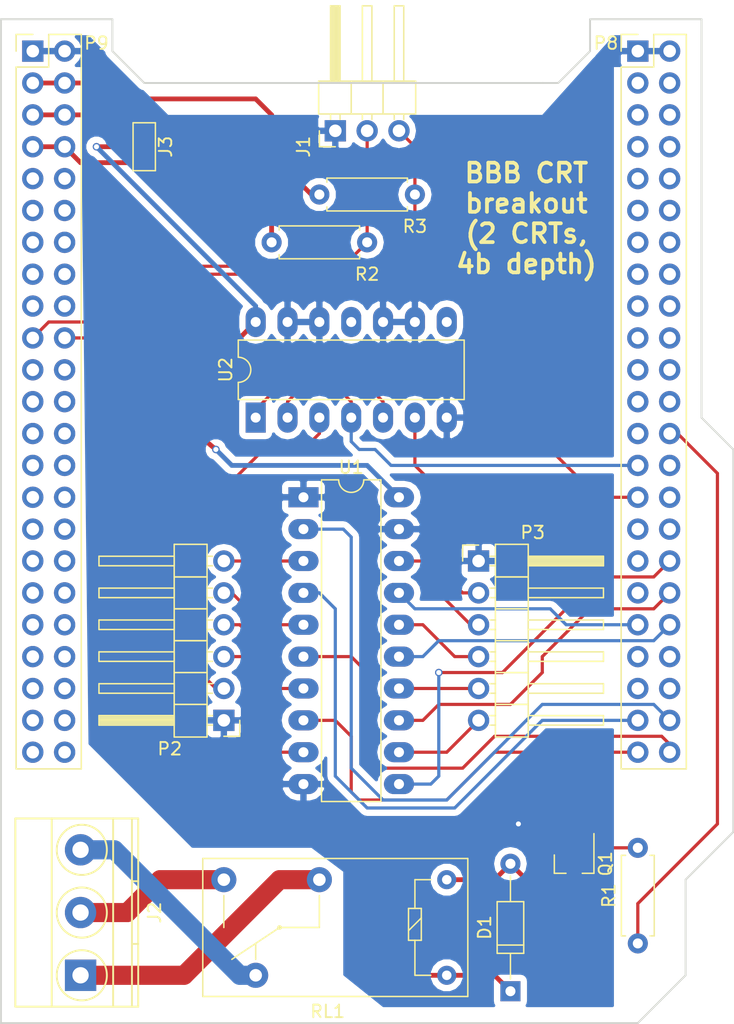
<source format=kicad_pcb>
(kicad_pcb (version 4) (host pcbnew 4.0.6-e0-6349~52~ubuntu17.04.1)

  (general
    (links 59)
    (no_connects 0)
    (area 45.644999 67.234999 104.215001 147.395001)
    (thickness 1.6)
    (drawings 17)
    (tracks 185)
    (zones 0)
    (modules 15)
    (nets 105)
  )

  (page USLetter)
  (layers
    (0 F.Cu signal)
    (31 B.Cu signal)
    (32 B.Adhes user hide)
    (33 F.Adhes user hide)
    (34 B.Paste user hide)
    (35 F.Paste user hide)
    (36 B.SilkS user)
    (37 F.SilkS user)
    (38 B.Mask user)
    (39 F.Mask user)
    (40 Dwgs.User user hide)
    (41 Cmts.User user hide)
    (42 Eco1.User user hide)
    (43 Eco2.User user hide)
    (44 Edge.Cuts user)
    (45 Margin user hide)
    (46 B.CrtYd user hide)
    (47 F.CrtYd user hide)
    (48 B.Fab user hide)
    (49 F.Fab user hide)
  )

  (setup
    (last_trace_width 0.381)
    (user_trace_width 0.254)
    (user_trace_width 0.381)
    (user_trace_width 0.508)
    (user_trace_width 1.524)
    (user_trace_width 2.54)
    (trace_clearance 0.2)
    (zone_clearance 0.508)
    (zone_45_only no)
    (trace_min 0.2)
    (segment_width 0.2)
    (edge_width 0.15)
    (via_size 0.6)
    (via_drill 0.4)
    (via_min_size 0.4)
    (via_min_drill 0.3)
    (uvia_size 0.3)
    (uvia_drill 0.1)
    (uvias_allowed no)
    (uvia_min_size 0)
    (uvia_min_drill 0)
    (pcb_text_width 0.3)
    (pcb_text_size 1.5 1.5)
    (mod_edge_width 0.15)
    (mod_text_size 1 1)
    (mod_text_width 0.15)
    (pad_size 1.524 1.524)
    (pad_drill 0.762)
    (pad_to_mask_clearance 0.2)
    (aux_axis_origin 0 0)
    (visible_elements FFFFFF7F)
    (pcbplotparams
      (layerselection 0x00030_80000001)
      (usegerberextensions false)
      (excludeedgelayer true)
      (linewidth 0.100000)
      (plotframeref false)
      (viasonmask false)
      (mode 1)
      (useauxorigin false)
      (hpglpennumber 1)
      (hpglpenspeed 20)
      (hpglpendiameter 15)
      (hpglpenoverlay 2)
      (psnegative false)
      (psa4output false)
      (plotreference true)
      (plotvalue true)
      (plotinvisibletext false)
      (padsonsilk false)
      (subtractmaskfromsilk false)
      (outputformat 1)
      (mirror false)
      (drillshape 1)
      (scaleselection 1)
      (outputdirectory ""))
  )

  (net 0 "")
  (net 1 VCC)
  (net 2 "Net-(D1-Pad2)")
  (net 3 GND)
  (net 4 BB_I2C2_SCL)
  (net 5 BB_I2C2_SDA)
  (net 6 "Net-(J2-Pad3)")
  (net 7 "Net-(J2-Pad1)")
  (net 8 "Net-(J2-Pad2)")
  (net 9 SYS_5V)
  (net 10 VDD_5V)
  (net 11 CSYNC_B)
  (net 12 "Net-(P2-Pad3)")
  (net 13 "Net-(P2-Pad4)")
  (net 14 "Net-(P2-Pad5)")
  (net 15 "Net-(P2-Pad6)")
  (net 16 CSYNC_A)
  (net 17 "Net-(P3-Pad3)")
  (net 18 "Net-(P3-Pad4)")
  (net 19 "Net-(P3-Pad5)")
  (net 20 "Net-(P3-Pad6)")
  (net 21 "Net-(P8-Pad3)")
  (net 22 "Net-(P8-Pad4)")
  (net 23 "Net-(P8-Pad5)")
  (net 24 "Net-(P8-Pad6)")
  (net 25 "Net-(P8-Pad7)")
  (net 26 "Net-(P8-Pad8)")
  (net 27 "Net-(P8-Pad9)")
  (net 28 "Net-(P8-Pad10)")
  (net 29 "Net-(P8-Pad11)")
  (net 30 "Net-(P8-Pad12)")
  (net 31 "Net-(P8-Pad13)")
  (net 32 "Net-(P8-Pad14)")
  (net 33 "Net-(P8-Pad15)")
  (net 34 "Net-(P8-Pad16)")
  (net 35 "Net-(P8-Pad17)")
  (net 36 "Net-(P8-Pad18)")
  (net 37 "Net-(P8-Pad19)")
  (net 38 "Net-(P8-Pad20)")
  (net 39 "Net-(P8-Pad21)")
  (net 40 "Net-(P8-Pad22)")
  (net 41 "Net-(P8-Pad23)")
  (net 42 "Net-(P8-Pad24)")
  (net 43 "Net-(P8-Pad25)")
  (net 44 BB_GPIO1_29)
  (net 45 BB_VSYNC)
  (net 46 "Net-(P8-Pad28)")
  (net 47 BB_HSYNC)
  (net 48 "Net-(P8-Pad30)")
  (net 49 "Net-(P8-Pad31)")
  (net 50 "Net-(P8-Pad32)")
  (net 51 "Net-(P8-Pad33)")
  (net 52 BB_LCD11)
  (net 53 "Net-(P8-Pad35)")
  (net 54 BB_LCD10)
  (net 55 BB_LCD8)
  (net 56 BB_LCD9)
  (net 57 "Net-(P8-Pad39)")
  (net 58 "Net-(P8-Pad40)")
  (net 59 "Net-(P8-Pad41)")
  (net 60 "Net-(P8-Pad42)")
  (net 61 BB_LCD2)
  (net 62 BB_LCD3)
  (net 63 BB_LCD0)
  (net 64 BB_LCD1)
  (net 65 +3V3)
  (net 66 "Net-(P9-Pad9)")
  (net 67 "Net-(P9-Pad10)")
  (net 68 "Net-(P9-Pad11)")
  (net 69 "Net-(P9-Pad12)")
  (net 70 "Net-(P9-Pad13)")
  (net 71 "Net-(P9-Pad14)")
  (net 72 "Net-(P9-Pad15)")
  (net 73 "Net-(P9-Pad16)")
  (net 74 "Net-(P9-Pad17)")
  (net 75 "Net-(P9-Pad18)")
  (net 76 "Net-(P9-Pad21)")
  (net 77 "Net-(P9-Pad22)")
  (net 78 "Net-(P9-Pad23)")
  (net 79 "Net-(P9-Pad24)")
  (net 80 "Net-(P9-Pad25)")
  (net 81 "Net-(P9-Pad26)")
  (net 82 "Net-(P9-Pad27)")
  (net 83 "Net-(P9-Pad28)")
  (net 84 "Net-(P9-Pad29)")
  (net 85 "Net-(P9-Pad30)")
  (net 86 "Net-(P9-Pad31)")
  (net 87 "Net-(P9-Pad32)")
  (net 88 "Net-(P9-Pad33)")
  (net 89 "Net-(P9-Pad34)")
  (net 90 "Net-(P9-Pad35)")
  (net 91 "Net-(P9-Pad36)")
  (net 92 "Net-(P9-Pad37)")
  (net 93 "Net-(P9-Pad38)")
  (net 94 "Net-(P9-Pad39)")
  (net 95 "Net-(P9-Pad40)")
  (net 96 "Net-(P9-Pad41)")
  (net 97 "Net-(P9-Pad42)")
  (net 98 "Net-(P9-Pad43)")
  (net 99 "Net-(P9-Pad44)")
  (net 100 "Net-(P9-Pad45)")
  (net 101 "Net-(P9-Pad46)")
  (net 102 "Net-(Q1-Pad1)")
  (net 103 "Net-(U2-Pad8)")
  (net 104 "Net-(U2-Pad11)")

  (net_class Default "This is the default net class."
    (clearance 0.2)
    (trace_width 0.25)
    (via_dia 0.6)
    (via_drill 0.4)
    (uvia_dia 0.3)
    (uvia_drill 0.1)
    (add_net +3V3)
    (add_net BB_GPIO1_29)
    (add_net BB_HSYNC)
    (add_net BB_I2C2_SCL)
    (add_net BB_I2C2_SDA)
    (add_net BB_LCD0)
    (add_net BB_LCD1)
    (add_net BB_LCD10)
    (add_net BB_LCD11)
    (add_net BB_LCD2)
    (add_net BB_LCD3)
    (add_net BB_LCD8)
    (add_net BB_LCD9)
    (add_net BB_VSYNC)
    (add_net CSYNC_A)
    (add_net CSYNC_B)
    (add_net GND)
    (add_net "Net-(D1-Pad2)")
    (add_net "Net-(J2-Pad1)")
    (add_net "Net-(J2-Pad2)")
    (add_net "Net-(J2-Pad3)")
    (add_net "Net-(P2-Pad3)")
    (add_net "Net-(P2-Pad4)")
    (add_net "Net-(P2-Pad5)")
    (add_net "Net-(P2-Pad6)")
    (add_net "Net-(P3-Pad3)")
    (add_net "Net-(P3-Pad4)")
    (add_net "Net-(P3-Pad5)")
    (add_net "Net-(P3-Pad6)")
    (add_net "Net-(P8-Pad10)")
    (add_net "Net-(P8-Pad11)")
    (add_net "Net-(P8-Pad12)")
    (add_net "Net-(P8-Pad13)")
    (add_net "Net-(P8-Pad14)")
    (add_net "Net-(P8-Pad15)")
    (add_net "Net-(P8-Pad16)")
    (add_net "Net-(P8-Pad17)")
    (add_net "Net-(P8-Pad18)")
    (add_net "Net-(P8-Pad19)")
    (add_net "Net-(P8-Pad20)")
    (add_net "Net-(P8-Pad21)")
    (add_net "Net-(P8-Pad22)")
    (add_net "Net-(P8-Pad23)")
    (add_net "Net-(P8-Pad24)")
    (add_net "Net-(P8-Pad25)")
    (add_net "Net-(P8-Pad28)")
    (add_net "Net-(P8-Pad3)")
    (add_net "Net-(P8-Pad30)")
    (add_net "Net-(P8-Pad31)")
    (add_net "Net-(P8-Pad32)")
    (add_net "Net-(P8-Pad33)")
    (add_net "Net-(P8-Pad35)")
    (add_net "Net-(P8-Pad39)")
    (add_net "Net-(P8-Pad4)")
    (add_net "Net-(P8-Pad40)")
    (add_net "Net-(P8-Pad41)")
    (add_net "Net-(P8-Pad42)")
    (add_net "Net-(P8-Pad5)")
    (add_net "Net-(P8-Pad6)")
    (add_net "Net-(P8-Pad7)")
    (add_net "Net-(P8-Pad8)")
    (add_net "Net-(P8-Pad9)")
    (add_net "Net-(P9-Pad10)")
    (add_net "Net-(P9-Pad11)")
    (add_net "Net-(P9-Pad12)")
    (add_net "Net-(P9-Pad13)")
    (add_net "Net-(P9-Pad14)")
    (add_net "Net-(P9-Pad15)")
    (add_net "Net-(P9-Pad16)")
    (add_net "Net-(P9-Pad17)")
    (add_net "Net-(P9-Pad18)")
    (add_net "Net-(P9-Pad21)")
    (add_net "Net-(P9-Pad22)")
    (add_net "Net-(P9-Pad23)")
    (add_net "Net-(P9-Pad24)")
    (add_net "Net-(P9-Pad25)")
    (add_net "Net-(P9-Pad26)")
    (add_net "Net-(P9-Pad27)")
    (add_net "Net-(P9-Pad28)")
    (add_net "Net-(P9-Pad29)")
    (add_net "Net-(P9-Pad30)")
    (add_net "Net-(P9-Pad31)")
    (add_net "Net-(P9-Pad32)")
    (add_net "Net-(P9-Pad33)")
    (add_net "Net-(P9-Pad34)")
    (add_net "Net-(P9-Pad35)")
    (add_net "Net-(P9-Pad36)")
    (add_net "Net-(P9-Pad37)")
    (add_net "Net-(P9-Pad38)")
    (add_net "Net-(P9-Pad39)")
    (add_net "Net-(P9-Pad40)")
    (add_net "Net-(P9-Pad41)")
    (add_net "Net-(P9-Pad42)")
    (add_net "Net-(P9-Pad43)")
    (add_net "Net-(P9-Pad44)")
    (add_net "Net-(P9-Pad45)")
    (add_net "Net-(P9-Pad46)")
    (add_net "Net-(P9-Pad9)")
    (add_net "Net-(Q1-Pad1)")
    (add_net "Net-(U2-Pad11)")
    (add_net "Net-(U2-Pad8)")
    (add_net SYS_5V)
    (add_net VCC)
    (add_net VDD_5V)
  )

  (module Diodes_THT:D_DO-35_SOD27_P10.16mm_Horizontal (layer F.Cu) (tedit 5921392E) (tstamp 595D0C14)
    (at 86.36 144.78 90)
    (descr "D, DO-35_SOD27 series, Axial, Horizontal, pin pitch=10.16mm, , length*diameter=4*2mm^2, , http://www.diodes.com/_files/packages/DO-35.pdf")
    (tags "D DO-35_SOD27 series Axial Horizontal pin pitch 10.16mm  length 4mm diameter 2mm")
    (path /595BAE26)
    (fp_text reference D1 (at 5.08 -2.06 90) (layer F.SilkS)
      (effects (font (size 1 1) (thickness 0.15)))
    )
    (fp_text value 1N4148 (at 5.08 2.06 90) (layer F.Fab)
      (effects (font (size 1 1) (thickness 0.15)))
    )
    (fp_text user %R (at 5.08 0 90) (layer F.Fab)
      (effects (font (size 1 1) (thickness 0.15)))
    )
    (fp_line (start 3.08 -1) (end 3.08 1) (layer F.Fab) (width 0.1))
    (fp_line (start 3.08 1) (end 7.08 1) (layer F.Fab) (width 0.1))
    (fp_line (start 7.08 1) (end 7.08 -1) (layer F.Fab) (width 0.1))
    (fp_line (start 7.08 -1) (end 3.08 -1) (layer F.Fab) (width 0.1))
    (fp_line (start 0 0) (end 3.08 0) (layer F.Fab) (width 0.1))
    (fp_line (start 10.16 0) (end 7.08 0) (layer F.Fab) (width 0.1))
    (fp_line (start 3.68 -1) (end 3.68 1) (layer F.Fab) (width 0.1))
    (fp_line (start 3.02 -1.06) (end 3.02 1.06) (layer F.SilkS) (width 0.12))
    (fp_line (start 3.02 1.06) (end 7.14 1.06) (layer F.SilkS) (width 0.12))
    (fp_line (start 7.14 1.06) (end 7.14 -1.06) (layer F.SilkS) (width 0.12))
    (fp_line (start 7.14 -1.06) (end 3.02 -1.06) (layer F.SilkS) (width 0.12))
    (fp_line (start 0.98 0) (end 3.02 0) (layer F.SilkS) (width 0.12))
    (fp_line (start 9.18 0) (end 7.14 0) (layer F.SilkS) (width 0.12))
    (fp_line (start 3.68 -1.06) (end 3.68 1.06) (layer F.SilkS) (width 0.12))
    (fp_line (start -1.05 -1.35) (end -1.05 1.35) (layer F.CrtYd) (width 0.05))
    (fp_line (start -1.05 1.35) (end 11.25 1.35) (layer F.CrtYd) (width 0.05))
    (fp_line (start 11.25 1.35) (end 11.25 -1.35) (layer F.CrtYd) (width 0.05))
    (fp_line (start 11.25 -1.35) (end -1.05 -1.35) (layer F.CrtYd) (width 0.05))
    (pad 1 thru_hole rect (at 0 0 90) (size 1.6 1.6) (drill 0.8) (layers *.Cu *.Mask)
      (net 1 VCC))
    (pad 2 thru_hole oval (at 10.16 0 90) (size 1.6 1.6) (drill 0.8) (layers *.Cu *.Mask)
      (net 2 "Net-(D1-Pad2)"))
    (model ${KISYS3DMOD}/Diodes_THT.3dshapes/D_DO-35_SOD27_P10.16mm_Horizontal.wrl
      (at (xyz 0 0 0))
      (scale (xyz 0.393701 0.393701 0.393701))
      (rotate (xyz 0 0 0))
    )
  )

  (module Pin_Headers:Pin_Header_Angled_1x03_Pitch2.54mm (layer F.Cu) (tedit 595D4967) (tstamp 595D0C5E)
    (at 72.39 76.2 90)
    (descr "Through hole angled pin header, 1x03, 2.54mm pitch, 6mm pin length, single row")
    (tags "Through hole angled pin header THT 1x03 2.54mm single row")
    (path /595AFEB4)
    (fp_text reference J1 (at -1.27 -2.54 90) (layer F.SilkS)
      (effects (font (size 1 1) (thickness 0.15)))
    )
    (fp_text value CONN_01X03 (at 4.315 7.35 90) (layer F.Fab)
      (effects (font (size 1 1) (thickness 0.15)))
    )
    (fp_line (start 1.4 -1.27) (end 1.4 1.27) (layer F.Fab) (width 0.1))
    (fp_line (start 1.4 1.27) (end 3.9 1.27) (layer F.Fab) (width 0.1))
    (fp_line (start 3.9 1.27) (end 3.9 -1.27) (layer F.Fab) (width 0.1))
    (fp_line (start 3.9 -1.27) (end 1.4 -1.27) (layer F.Fab) (width 0.1))
    (fp_line (start 0 -0.32) (end 0 0.32) (layer F.Fab) (width 0.1))
    (fp_line (start 0 0.32) (end 9.9 0.32) (layer F.Fab) (width 0.1))
    (fp_line (start 9.9 0.32) (end 9.9 -0.32) (layer F.Fab) (width 0.1))
    (fp_line (start 9.9 -0.32) (end 0 -0.32) (layer F.Fab) (width 0.1))
    (fp_line (start 1.4 1.27) (end 1.4 3.81) (layer F.Fab) (width 0.1))
    (fp_line (start 1.4 3.81) (end 3.9 3.81) (layer F.Fab) (width 0.1))
    (fp_line (start 3.9 3.81) (end 3.9 1.27) (layer F.Fab) (width 0.1))
    (fp_line (start 3.9 1.27) (end 1.4 1.27) (layer F.Fab) (width 0.1))
    (fp_line (start 0 2.22) (end 0 2.86) (layer F.Fab) (width 0.1))
    (fp_line (start 0 2.86) (end 9.9 2.86) (layer F.Fab) (width 0.1))
    (fp_line (start 9.9 2.86) (end 9.9 2.22) (layer F.Fab) (width 0.1))
    (fp_line (start 9.9 2.22) (end 0 2.22) (layer F.Fab) (width 0.1))
    (fp_line (start 1.4 3.81) (end 1.4 6.35) (layer F.Fab) (width 0.1))
    (fp_line (start 1.4 6.35) (end 3.9 6.35) (layer F.Fab) (width 0.1))
    (fp_line (start 3.9 6.35) (end 3.9 3.81) (layer F.Fab) (width 0.1))
    (fp_line (start 3.9 3.81) (end 1.4 3.81) (layer F.Fab) (width 0.1))
    (fp_line (start 0 4.76) (end 0 5.4) (layer F.Fab) (width 0.1))
    (fp_line (start 0 5.4) (end 9.9 5.4) (layer F.Fab) (width 0.1))
    (fp_line (start 9.9 5.4) (end 9.9 4.76) (layer F.Fab) (width 0.1))
    (fp_line (start 9.9 4.76) (end 0 4.76) (layer F.Fab) (width 0.1))
    (fp_line (start 1.34 -1.33) (end 1.34 1.27) (layer F.SilkS) (width 0.12))
    (fp_line (start 1.34 1.27) (end 3.96 1.27) (layer F.SilkS) (width 0.12))
    (fp_line (start 3.96 1.27) (end 3.96 -1.33) (layer F.SilkS) (width 0.12))
    (fp_line (start 3.96 -1.33) (end 1.34 -1.33) (layer F.SilkS) (width 0.12))
    (fp_line (start 3.96 -0.38) (end 3.96 0.38) (layer F.SilkS) (width 0.12))
    (fp_line (start 3.96 0.38) (end 9.96 0.38) (layer F.SilkS) (width 0.12))
    (fp_line (start 9.96 0.38) (end 9.96 -0.38) (layer F.SilkS) (width 0.12))
    (fp_line (start 9.96 -0.38) (end 3.96 -0.38) (layer F.SilkS) (width 0.12))
    (fp_line (start 0.91 -0.38) (end 1.34 -0.38) (layer F.SilkS) (width 0.12))
    (fp_line (start 0.91 0.38) (end 1.34 0.38) (layer F.SilkS) (width 0.12))
    (fp_line (start 3.96 -0.26) (end 9.96 -0.26) (layer F.SilkS) (width 0.12))
    (fp_line (start 3.96 -0.14) (end 9.96 -0.14) (layer F.SilkS) (width 0.12))
    (fp_line (start 3.96 -0.02) (end 9.96 -0.02) (layer F.SilkS) (width 0.12))
    (fp_line (start 3.96 0.1) (end 9.96 0.1) (layer F.SilkS) (width 0.12))
    (fp_line (start 3.96 0.22) (end 9.96 0.22) (layer F.SilkS) (width 0.12))
    (fp_line (start 3.96 0.34) (end 9.96 0.34) (layer F.SilkS) (width 0.12))
    (fp_line (start 1.34 1.27) (end 1.34 3.81) (layer F.SilkS) (width 0.12))
    (fp_line (start 1.34 3.81) (end 3.96 3.81) (layer F.SilkS) (width 0.12))
    (fp_line (start 3.96 3.81) (end 3.96 1.27) (layer F.SilkS) (width 0.12))
    (fp_line (start 3.96 1.27) (end 1.34 1.27) (layer F.SilkS) (width 0.12))
    (fp_line (start 3.96 2.16) (end 3.96 2.92) (layer F.SilkS) (width 0.12))
    (fp_line (start 3.96 2.92) (end 9.96 2.92) (layer F.SilkS) (width 0.12))
    (fp_line (start 9.96 2.92) (end 9.96 2.16) (layer F.SilkS) (width 0.12))
    (fp_line (start 9.96 2.16) (end 3.96 2.16) (layer F.SilkS) (width 0.12))
    (fp_line (start 0.91 2.16) (end 1.34 2.16) (layer F.SilkS) (width 0.12))
    (fp_line (start 0.91 2.92) (end 1.34 2.92) (layer F.SilkS) (width 0.12))
    (fp_line (start 1.34 3.81) (end 1.34 6.41) (layer F.SilkS) (width 0.12))
    (fp_line (start 1.34 6.41) (end 3.96 6.41) (layer F.SilkS) (width 0.12))
    (fp_line (start 3.96 6.41) (end 3.96 3.81) (layer F.SilkS) (width 0.12))
    (fp_line (start 3.96 3.81) (end 1.34 3.81) (layer F.SilkS) (width 0.12))
    (fp_line (start 3.96 4.7) (end 3.96 5.46) (layer F.SilkS) (width 0.12))
    (fp_line (start 3.96 5.46) (end 9.96 5.46) (layer F.SilkS) (width 0.12))
    (fp_line (start 9.96 5.46) (end 9.96 4.7) (layer F.SilkS) (width 0.12))
    (fp_line (start 9.96 4.7) (end 3.96 4.7) (layer F.SilkS) (width 0.12))
    (fp_line (start 0.91 4.7) (end 1.34 4.7) (layer F.SilkS) (width 0.12))
    (fp_line (start 0.91 5.46) (end 1.34 5.46) (layer F.SilkS) (width 0.12))
    (fp_line (start -1.27 0) (end -1.27 -1.27) (layer F.SilkS) (width 0.12))
    (fp_line (start -1.27 -1.27) (end 0 -1.27) (layer F.SilkS) (width 0.12))
    (fp_line (start -1.8 -1.8) (end -1.8 6.85) (layer F.CrtYd) (width 0.05))
    (fp_line (start -1.8 6.85) (end 10.4 6.85) (layer F.CrtYd) (width 0.05))
    (fp_line (start 10.4 6.85) (end 10.4 -1.8) (layer F.CrtYd) (width 0.05))
    (fp_line (start 10.4 -1.8) (end -1.8 -1.8) (layer F.CrtYd) (width 0.05))
    (fp_text user %R (at 4.315 -2.27 90) (layer F.Fab)
      (effects (font (size 1 1) (thickness 0.15)))
    )
    (pad 1 thru_hole rect (at 0 0 90) (size 1.7 1.7) (drill 1) (layers *.Cu *.Mask)
      (net 3 GND))
    (pad 2 thru_hole oval (at 0 2.54 90) (size 1.7 1.7) (drill 1) (layers *.Cu *.Mask)
      (net 4 BB_I2C2_SCL))
    (pad 3 thru_hole oval (at 0 5.08 90) (size 1.7 1.7) (drill 1) (layers *.Cu *.Mask)
      (net 5 BB_I2C2_SDA))
    (model ${KISYS3DMOD}/Pin_Headers.3dshapes/Pin_Header_Angled_1x03_Pitch2.54mm.wrl
      (at (xyz 0 -0.1 0))
      (scale (xyz 1 1 1))
      (rotate (xyz 0 0 90))
    )
  )

  (module Connectors_Terminal_Blocks:TerminalBlock_Pheonix_MKDS1.5-3pol (layer F.Cu) (tedit 5630081E) (tstamp 595D0C75)
    (at 52.07 143.51 90)
    (descr "3-way 5mm pitch terminal block, Phoenix MKDS series")
    (path /595AFB9A)
    (fp_text reference J2 (at 5 5.9 90) (layer F.SilkS)
      (effects (font (size 1 1) (thickness 0.15)))
    )
    (fp_text value Screw_Terminal_1x03 (at 5 -6.6 90) (layer F.Fab)
      (effects (font (size 1 1) (thickness 0.15)))
    )
    (fp_line (start -2.7 4.8) (end -2.7 -5.4) (layer F.CrtYd) (width 0.05))
    (fp_line (start 12.7 4.8) (end -2.7 4.8) (layer F.CrtYd) (width 0.05))
    (fp_line (start 12.7 -5.4) (end 12.7 4.8) (layer F.CrtYd) (width 0.05))
    (fp_line (start -2.7 -5.4) (end 12.7 -5.4) (layer F.CrtYd) (width 0.05))
    (fp_circle (center 10 0.1) (end 8 0.1) (layer F.SilkS) (width 0.15))
    (fp_line (start 7.5 4.1) (end 7.5 4.6) (layer F.SilkS) (width 0.15))
    (fp_line (start 2.5 4.1) (end 2.5 4.6) (layer F.SilkS) (width 0.15))
    (fp_circle (center 5 0.1) (end 3 0.1) (layer F.SilkS) (width 0.15))
    (fp_circle (center 0 0.1) (end 2 0.1) (layer F.SilkS) (width 0.15))
    (fp_line (start -2.5 2.6) (end 12.5 2.6) (layer F.SilkS) (width 0.15))
    (fp_line (start -2.5 -2.3) (end 12.5 -2.3) (layer F.SilkS) (width 0.15))
    (fp_line (start -2.5 4.1) (end 12.5 4.1) (layer F.SilkS) (width 0.15))
    (fp_line (start -2.5 4.6) (end 12.5 4.6) (layer F.SilkS) (width 0.15))
    (fp_line (start 12.5 4.6) (end 12.5 -5.2) (layer F.SilkS) (width 0.15))
    (fp_line (start 12.5 -5.2) (end -2.5 -5.2) (layer F.SilkS) (width 0.15))
    (fp_line (start -2.5 -5.2) (end -2.5 4.6) (layer F.SilkS) (width 0.15))
    (pad 3 thru_hole circle (at 10 0 90) (size 2.5 2.5) (drill 1.3) (layers *.Cu *.Mask)
      (net 6 "Net-(J2-Pad3)"))
    (pad 1 thru_hole rect (at 0 0 90) (size 2.5 2.5) (drill 1.3) (layers *.Cu *.Mask)
      (net 7 "Net-(J2-Pad1)"))
    (pad 2 thru_hole circle (at 5 0 90) (size 2.5 2.5) (drill 1.3) (layers *.Cu *.Mask)
      (net 8 "Net-(J2-Pad2)"))
    (model Terminal_Blocks.3dshapes/TerminalBlock_Pheonix_MKDS1.5-3pol.wrl
      (at (xyz 0.1968 0 0))
      (scale (xyz 1 1 1))
      (rotate (xyz 0 0 0))
    )
  )

  (module Connectors:GS3 (layer F.Cu) (tedit 58613494) (tstamp 595D0C84)
    (at 57.15 77.47 180)
    (descr "3-pin solder bridge")
    (tags "solder bridge")
    (path /595BC2AF)
    (attr smd)
    (fp_text reference J3 (at -1.7 0 270) (layer F.SilkS)
      (effects (font (size 1 1) (thickness 0.15)))
    )
    (fp_text value GS3 (at 1.8 0 270) (layer F.Fab)
      (effects (font (size 1 1) (thickness 0.15)))
    )
    (fp_line (start -1.15 -2.15) (end 1.15 -2.15) (layer F.CrtYd) (width 0.05))
    (fp_line (start 1.15 -2.15) (end 1.15 2.15) (layer F.CrtYd) (width 0.05))
    (fp_line (start 1.15 2.15) (end -1.15 2.15) (layer F.CrtYd) (width 0.05))
    (fp_line (start -1.15 2.15) (end -1.15 -2.15) (layer F.CrtYd) (width 0.05))
    (fp_line (start -0.89 -1.91) (end -0.89 1.91) (layer F.SilkS) (width 0.12))
    (fp_line (start -0.89 1.91) (end 0.89 1.91) (layer F.SilkS) (width 0.12))
    (fp_line (start 0.89 1.91) (end 0.89 -1.91) (layer F.SilkS) (width 0.12))
    (fp_line (start -0.89 -1.91) (end 0.89 -1.91) (layer F.SilkS) (width 0.12))
    (pad 1 smd rect (at 0 -1.27 180) (size 1.27 0.97) (layers F.Cu F.Paste F.Mask)
      (net 9 SYS_5V))
    (pad 2 smd rect (at 0 0 180) (size 1.27 0.97) (layers F.Cu F.Paste F.Mask)
      (net 1 VCC))
    (pad 3 smd rect (at 0 1.27 180) (size 1.27 0.97) (layers F.Cu F.Paste F.Mask)
      (net 10 VDD_5V))
  )

  (module Pin_Headers:Pin_Header_Angled_1x06_Pitch2.54mm (layer F.Cu) (tedit 58CD4EC1) (tstamp 595D0D07)
    (at 63.5 123.19 180)
    (descr "Through hole angled pin header, 1x06, 2.54mm pitch, 6mm pin length, single row")
    (tags "Through hole angled pin header THT 1x06 2.54mm single row")
    (path /5956C76B)
    (fp_text reference P2 (at 4.315 -2.27 180) (layer F.SilkS)
      (effects (font (size 1 1) (thickness 0.15)))
    )
    (fp_text value CONN_01X06 (at 4.315 14.97 180) (layer F.Fab)
      (effects (font (size 1 1) (thickness 0.15)))
    )
    (fp_line (start 1.4 -1.27) (end 1.4 1.27) (layer F.Fab) (width 0.1))
    (fp_line (start 1.4 1.27) (end 3.9 1.27) (layer F.Fab) (width 0.1))
    (fp_line (start 3.9 1.27) (end 3.9 -1.27) (layer F.Fab) (width 0.1))
    (fp_line (start 3.9 -1.27) (end 1.4 -1.27) (layer F.Fab) (width 0.1))
    (fp_line (start 0 -0.32) (end 0 0.32) (layer F.Fab) (width 0.1))
    (fp_line (start 0 0.32) (end 9.9 0.32) (layer F.Fab) (width 0.1))
    (fp_line (start 9.9 0.32) (end 9.9 -0.32) (layer F.Fab) (width 0.1))
    (fp_line (start 9.9 -0.32) (end 0 -0.32) (layer F.Fab) (width 0.1))
    (fp_line (start 1.4 1.27) (end 1.4 3.81) (layer F.Fab) (width 0.1))
    (fp_line (start 1.4 3.81) (end 3.9 3.81) (layer F.Fab) (width 0.1))
    (fp_line (start 3.9 3.81) (end 3.9 1.27) (layer F.Fab) (width 0.1))
    (fp_line (start 3.9 1.27) (end 1.4 1.27) (layer F.Fab) (width 0.1))
    (fp_line (start 0 2.22) (end 0 2.86) (layer F.Fab) (width 0.1))
    (fp_line (start 0 2.86) (end 9.9 2.86) (layer F.Fab) (width 0.1))
    (fp_line (start 9.9 2.86) (end 9.9 2.22) (layer F.Fab) (width 0.1))
    (fp_line (start 9.9 2.22) (end 0 2.22) (layer F.Fab) (width 0.1))
    (fp_line (start 1.4 3.81) (end 1.4 6.35) (layer F.Fab) (width 0.1))
    (fp_line (start 1.4 6.35) (end 3.9 6.35) (layer F.Fab) (width 0.1))
    (fp_line (start 3.9 6.35) (end 3.9 3.81) (layer F.Fab) (width 0.1))
    (fp_line (start 3.9 3.81) (end 1.4 3.81) (layer F.Fab) (width 0.1))
    (fp_line (start 0 4.76) (end 0 5.4) (layer F.Fab) (width 0.1))
    (fp_line (start 0 5.4) (end 9.9 5.4) (layer F.Fab) (width 0.1))
    (fp_line (start 9.9 5.4) (end 9.9 4.76) (layer F.Fab) (width 0.1))
    (fp_line (start 9.9 4.76) (end 0 4.76) (layer F.Fab) (width 0.1))
    (fp_line (start 1.4 6.35) (end 1.4 8.89) (layer F.Fab) (width 0.1))
    (fp_line (start 1.4 8.89) (end 3.9 8.89) (layer F.Fab) (width 0.1))
    (fp_line (start 3.9 8.89) (end 3.9 6.35) (layer F.Fab) (width 0.1))
    (fp_line (start 3.9 6.35) (end 1.4 6.35) (layer F.Fab) (width 0.1))
    (fp_line (start 0 7.3) (end 0 7.94) (layer F.Fab) (width 0.1))
    (fp_line (start 0 7.94) (end 9.9 7.94) (layer F.Fab) (width 0.1))
    (fp_line (start 9.9 7.94) (end 9.9 7.3) (layer F.Fab) (width 0.1))
    (fp_line (start 9.9 7.3) (end 0 7.3) (layer F.Fab) (width 0.1))
    (fp_line (start 1.4 8.89) (end 1.4 11.43) (layer F.Fab) (width 0.1))
    (fp_line (start 1.4 11.43) (end 3.9 11.43) (layer F.Fab) (width 0.1))
    (fp_line (start 3.9 11.43) (end 3.9 8.89) (layer F.Fab) (width 0.1))
    (fp_line (start 3.9 8.89) (end 1.4 8.89) (layer F.Fab) (width 0.1))
    (fp_line (start 0 9.84) (end 0 10.48) (layer F.Fab) (width 0.1))
    (fp_line (start 0 10.48) (end 9.9 10.48) (layer F.Fab) (width 0.1))
    (fp_line (start 9.9 10.48) (end 9.9 9.84) (layer F.Fab) (width 0.1))
    (fp_line (start 9.9 9.84) (end 0 9.84) (layer F.Fab) (width 0.1))
    (fp_line (start 1.4 11.43) (end 1.4 13.97) (layer F.Fab) (width 0.1))
    (fp_line (start 1.4 13.97) (end 3.9 13.97) (layer F.Fab) (width 0.1))
    (fp_line (start 3.9 13.97) (end 3.9 11.43) (layer F.Fab) (width 0.1))
    (fp_line (start 3.9 11.43) (end 1.4 11.43) (layer F.Fab) (width 0.1))
    (fp_line (start 0 12.38) (end 0 13.02) (layer F.Fab) (width 0.1))
    (fp_line (start 0 13.02) (end 9.9 13.02) (layer F.Fab) (width 0.1))
    (fp_line (start 9.9 13.02) (end 9.9 12.38) (layer F.Fab) (width 0.1))
    (fp_line (start 9.9 12.38) (end 0 12.38) (layer F.Fab) (width 0.1))
    (fp_line (start 1.34 -1.33) (end 1.34 1.27) (layer F.SilkS) (width 0.12))
    (fp_line (start 1.34 1.27) (end 3.96 1.27) (layer F.SilkS) (width 0.12))
    (fp_line (start 3.96 1.27) (end 3.96 -1.33) (layer F.SilkS) (width 0.12))
    (fp_line (start 3.96 -1.33) (end 1.34 -1.33) (layer F.SilkS) (width 0.12))
    (fp_line (start 3.96 -0.38) (end 3.96 0.38) (layer F.SilkS) (width 0.12))
    (fp_line (start 3.96 0.38) (end 9.96 0.38) (layer F.SilkS) (width 0.12))
    (fp_line (start 9.96 0.38) (end 9.96 -0.38) (layer F.SilkS) (width 0.12))
    (fp_line (start 9.96 -0.38) (end 3.96 -0.38) (layer F.SilkS) (width 0.12))
    (fp_line (start 0.91 -0.38) (end 1.34 -0.38) (layer F.SilkS) (width 0.12))
    (fp_line (start 0.91 0.38) (end 1.34 0.38) (layer F.SilkS) (width 0.12))
    (fp_line (start 3.96 -0.26) (end 9.96 -0.26) (layer F.SilkS) (width 0.12))
    (fp_line (start 3.96 -0.14) (end 9.96 -0.14) (layer F.SilkS) (width 0.12))
    (fp_line (start 3.96 -0.02) (end 9.96 -0.02) (layer F.SilkS) (width 0.12))
    (fp_line (start 3.96 0.1) (end 9.96 0.1) (layer F.SilkS) (width 0.12))
    (fp_line (start 3.96 0.22) (end 9.96 0.22) (layer F.SilkS) (width 0.12))
    (fp_line (start 3.96 0.34) (end 9.96 0.34) (layer F.SilkS) (width 0.12))
    (fp_line (start 1.34 1.27) (end 1.34 3.81) (layer F.SilkS) (width 0.12))
    (fp_line (start 1.34 3.81) (end 3.96 3.81) (layer F.SilkS) (width 0.12))
    (fp_line (start 3.96 3.81) (end 3.96 1.27) (layer F.SilkS) (width 0.12))
    (fp_line (start 3.96 1.27) (end 1.34 1.27) (layer F.SilkS) (width 0.12))
    (fp_line (start 3.96 2.16) (end 3.96 2.92) (layer F.SilkS) (width 0.12))
    (fp_line (start 3.96 2.92) (end 9.96 2.92) (layer F.SilkS) (width 0.12))
    (fp_line (start 9.96 2.92) (end 9.96 2.16) (layer F.SilkS) (width 0.12))
    (fp_line (start 9.96 2.16) (end 3.96 2.16) (layer F.SilkS) (width 0.12))
    (fp_line (start 0.91 2.16) (end 1.34 2.16) (layer F.SilkS) (width 0.12))
    (fp_line (start 0.91 2.92) (end 1.34 2.92) (layer F.SilkS) (width 0.12))
    (fp_line (start 1.34 3.81) (end 1.34 6.35) (layer F.SilkS) (width 0.12))
    (fp_line (start 1.34 6.35) (end 3.96 6.35) (layer F.SilkS) (width 0.12))
    (fp_line (start 3.96 6.35) (end 3.96 3.81) (layer F.SilkS) (width 0.12))
    (fp_line (start 3.96 3.81) (end 1.34 3.81) (layer F.SilkS) (width 0.12))
    (fp_line (start 3.96 4.7) (end 3.96 5.46) (layer F.SilkS) (width 0.12))
    (fp_line (start 3.96 5.46) (end 9.96 5.46) (layer F.SilkS) (width 0.12))
    (fp_line (start 9.96 5.46) (end 9.96 4.7) (layer F.SilkS) (width 0.12))
    (fp_line (start 9.96 4.7) (end 3.96 4.7) (layer F.SilkS) (width 0.12))
    (fp_line (start 0.91 4.7) (end 1.34 4.7) (layer F.SilkS) (width 0.12))
    (fp_line (start 0.91 5.46) (end 1.34 5.46) (layer F.SilkS) (width 0.12))
    (fp_line (start 1.34 6.35) (end 1.34 8.89) (layer F.SilkS) (width 0.12))
    (fp_line (start 1.34 8.89) (end 3.96 8.89) (layer F.SilkS) (width 0.12))
    (fp_line (start 3.96 8.89) (end 3.96 6.35) (layer F.SilkS) (width 0.12))
    (fp_line (start 3.96 6.35) (end 1.34 6.35) (layer F.SilkS) (width 0.12))
    (fp_line (start 3.96 7.24) (end 3.96 8) (layer F.SilkS) (width 0.12))
    (fp_line (start 3.96 8) (end 9.96 8) (layer F.SilkS) (width 0.12))
    (fp_line (start 9.96 8) (end 9.96 7.24) (layer F.SilkS) (width 0.12))
    (fp_line (start 9.96 7.24) (end 3.96 7.24) (layer F.SilkS) (width 0.12))
    (fp_line (start 0.91 7.24) (end 1.34 7.24) (layer F.SilkS) (width 0.12))
    (fp_line (start 0.91 8) (end 1.34 8) (layer F.SilkS) (width 0.12))
    (fp_line (start 1.34 8.89) (end 1.34 11.43) (layer F.SilkS) (width 0.12))
    (fp_line (start 1.34 11.43) (end 3.96 11.43) (layer F.SilkS) (width 0.12))
    (fp_line (start 3.96 11.43) (end 3.96 8.89) (layer F.SilkS) (width 0.12))
    (fp_line (start 3.96 8.89) (end 1.34 8.89) (layer F.SilkS) (width 0.12))
    (fp_line (start 3.96 9.78) (end 3.96 10.54) (layer F.SilkS) (width 0.12))
    (fp_line (start 3.96 10.54) (end 9.96 10.54) (layer F.SilkS) (width 0.12))
    (fp_line (start 9.96 10.54) (end 9.96 9.78) (layer F.SilkS) (width 0.12))
    (fp_line (start 9.96 9.78) (end 3.96 9.78) (layer F.SilkS) (width 0.12))
    (fp_line (start 0.91 9.78) (end 1.34 9.78) (layer F.SilkS) (width 0.12))
    (fp_line (start 0.91 10.54) (end 1.34 10.54) (layer F.SilkS) (width 0.12))
    (fp_line (start 1.34 11.43) (end 1.34 14.03) (layer F.SilkS) (width 0.12))
    (fp_line (start 1.34 14.03) (end 3.96 14.03) (layer F.SilkS) (width 0.12))
    (fp_line (start 3.96 14.03) (end 3.96 11.43) (layer F.SilkS) (width 0.12))
    (fp_line (start 3.96 11.43) (end 1.34 11.43) (layer F.SilkS) (width 0.12))
    (fp_line (start 3.96 12.32) (end 3.96 13.08) (layer F.SilkS) (width 0.12))
    (fp_line (start 3.96 13.08) (end 9.96 13.08) (layer F.SilkS) (width 0.12))
    (fp_line (start 9.96 13.08) (end 9.96 12.32) (layer F.SilkS) (width 0.12))
    (fp_line (start 9.96 12.32) (end 3.96 12.32) (layer F.SilkS) (width 0.12))
    (fp_line (start 0.91 12.32) (end 1.34 12.32) (layer F.SilkS) (width 0.12))
    (fp_line (start 0.91 13.08) (end 1.34 13.08) (layer F.SilkS) (width 0.12))
    (fp_line (start -1.27 0) (end -1.27 -1.27) (layer F.SilkS) (width 0.12))
    (fp_line (start -1.27 -1.27) (end 0 -1.27) (layer F.SilkS) (width 0.12))
    (fp_line (start -1.8 -1.8) (end -1.8 14.5) (layer F.CrtYd) (width 0.05))
    (fp_line (start -1.8 14.5) (end 10.4 14.5) (layer F.CrtYd) (width 0.05))
    (fp_line (start 10.4 14.5) (end 10.4 -1.8) (layer F.CrtYd) (width 0.05))
    (fp_line (start 10.4 -1.8) (end -1.8 -1.8) (layer F.CrtYd) (width 0.05))
    (fp_text user %R (at 4.315 -2.27 180) (layer F.Fab)
      (effects (font (size 1 1) (thickness 0.15)))
    )
    (pad 1 thru_hole rect (at 0 0 180) (size 1.7 1.7) (drill 1) (layers *.Cu *.Mask)
      (net 3 GND))
    (pad 2 thru_hole oval (at 0 2.54 180) (size 1.7 1.7) (drill 1) (layers *.Cu *.Mask)
      (net 11 CSYNC_B))
    (pad 3 thru_hole oval (at 0 5.08 180) (size 1.7 1.7) (drill 1) (layers *.Cu *.Mask)
      (net 12 "Net-(P2-Pad3)"))
    (pad 4 thru_hole oval (at 0 7.62 180) (size 1.7 1.7) (drill 1) (layers *.Cu *.Mask)
      (net 13 "Net-(P2-Pad4)"))
    (pad 5 thru_hole oval (at 0 10.16 180) (size 1.7 1.7) (drill 1) (layers *.Cu *.Mask)
      (net 14 "Net-(P2-Pad5)"))
    (pad 6 thru_hole oval (at 0 12.7 180) (size 1.7 1.7) (drill 1) (layers *.Cu *.Mask)
      (net 15 "Net-(P2-Pad6)"))
    (model ${KISYS3DMOD}/Pin_Headers.3dshapes/Pin_Header_Angled_1x06_Pitch2.54mm.wrl
      (at (xyz 0 -0.25 0))
      (scale (xyz 1 1 1))
      (rotate (xyz 0 0 90))
    )
  )

  (module Pin_Headers:Pin_Header_Angled_1x06_Pitch2.54mm (layer F.Cu) (tedit 58CD4EC1) (tstamp 595D0D8A)
    (at 83.82 110.49)
    (descr "Through hole angled pin header, 1x06, 2.54mm pitch, 6mm pin length, single row")
    (tags "Through hole angled pin header THT 1x06 2.54mm single row")
    (path /5956C702)
    (fp_text reference P3 (at 4.315 -2.27) (layer F.SilkS)
      (effects (font (size 1 1) (thickness 0.15)))
    )
    (fp_text value CONN_01X06 (at 4.315 14.97) (layer F.Fab)
      (effects (font (size 1 1) (thickness 0.15)))
    )
    (fp_line (start 1.4 -1.27) (end 1.4 1.27) (layer F.Fab) (width 0.1))
    (fp_line (start 1.4 1.27) (end 3.9 1.27) (layer F.Fab) (width 0.1))
    (fp_line (start 3.9 1.27) (end 3.9 -1.27) (layer F.Fab) (width 0.1))
    (fp_line (start 3.9 -1.27) (end 1.4 -1.27) (layer F.Fab) (width 0.1))
    (fp_line (start 0 -0.32) (end 0 0.32) (layer F.Fab) (width 0.1))
    (fp_line (start 0 0.32) (end 9.9 0.32) (layer F.Fab) (width 0.1))
    (fp_line (start 9.9 0.32) (end 9.9 -0.32) (layer F.Fab) (width 0.1))
    (fp_line (start 9.9 -0.32) (end 0 -0.32) (layer F.Fab) (width 0.1))
    (fp_line (start 1.4 1.27) (end 1.4 3.81) (layer F.Fab) (width 0.1))
    (fp_line (start 1.4 3.81) (end 3.9 3.81) (layer F.Fab) (width 0.1))
    (fp_line (start 3.9 3.81) (end 3.9 1.27) (layer F.Fab) (width 0.1))
    (fp_line (start 3.9 1.27) (end 1.4 1.27) (layer F.Fab) (width 0.1))
    (fp_line (start 0 2.22) (end 0 2.86) (layer F.Fab) (width 0.1))
    (fp_line (start 0 2.86) (end 9.9 2.86) (layer F.Fab) (width 0.1))
    (fp_line (start 9.9 2.86) (end 9.9 2.22) (layer F.Fab) (width 0.1))
    (fp_line (start 9.9 2.22) (end 0 2.22) (layer F.Fab) (width 0.1))
    (fp_line (start 1.4 3.81) (end 1.4 6.35) (layer F.Fab) (width 0.1))
    (fp_line (start 1.4 6.35) (end 3.9 6.35) (layer F.Fab) (width 0.1))
    (fp_line (start 3.9 6.35) (end 3.9 3.81) (layer F.Fab) (width 0.1))
    (fp_line (start 3.9 3.81) (end 1.4 3.81) (layer F.Fab) (width 0.1))
    (fp_line (start 0 4.76) (end 0 5.4) (layer F.Fab) (width 0.1))
    (fp_line (start 0 5.4) (end 9.9 5.4) (layer F.Fab) (width 0.1))
    (fp_line (start 9.9 5.4) (end 9.9 4.76) (layer F.Fab) (width 0.1))
    (fp_line (start 9.9 4.76) (end 0 4.76) (layer F.Fab) (width 0.1))
    (fp_line (start 1.4 6.35) (end 1.4 8.89) (layer F.Fab) (width 0.1))
    (fp_line (start 1.4 8.89) (end 3.9 8.89) (layer F.Fab) (width 0.1))
    (fp_line (start 3.9 8.89) (end 3.9 6.35) (layer F.Fab) (width 0.1))
    (fp_line (start 3.9 6.35) (end 1.4 6.35) (layer F.Fab) (width 0.1))
    (fp_line (start 0 7.3) (end 0 7.94) (layer F.Fab) (width 0.1))
    (fp_line (start 0 7.94) (end 9.9 7.94) (layer F.Fab) (width 0.1))
    (fp_line (start 9.9 7.94) (end 9.9 7.3) (layer F.Fab) (width 0.1))
    (fp_line (start 9.9 7.3) (end 0 7.3) (layer F.Fab) (width 0.1))
    (fp_line (start 1.4 8.89) (end 1.4 11.43) (layer F.Fab) (width 0.1))
    (fp_line (start 1.4 11.43) (end 3.9 11.43) (layer F.Fab) (width 0.1))
    (fp_line (start 3.9 11.43) (end 3.9 8.89) (layer F.Fab) (width 0.1))
    (fp_line (start 3.9 8.89) (end 1.4 8.89) (layer F.Fab) (width 0.1))
    (fp_line (start 0 9.84) (end 0 10.48) (layer F.Fab) (width 0.1))
    (fp_line (start 0 10.48) (end 9.9 10.48) (layer F.Fab) (width 0.1))
    (fp_line (start 9.9 10.48) (end 9.9 9.84) (layer F.Fab) (width 0.1))
    (fp_line (start 9.9 9.84) (end 0 9.84) (layer F.Fab) (width 0.1))
    (fp_line (start 1.4 11.43) (end 1.4 13.97) (layer F.Fab) (width 0.1))
    (fp_line (start 1.4 13.97) (end 3.9 13.97) (layer F.Fab) (width 0.1))
    (fp_line (start 3.9 13.97) (end 3.9 11.43) (layer F.Fab) (width 0.1))
    (fp_line (start 3.9 11.43) (end 1.4 11.43) (layer F.Fab) (width 0.1))
    (fp_line (start 0 12.38) (end 0 13.02) (layer F.Fab) (width 0.1))
    (fp_line (start 0 13.02) (end 9.9 13.02) (layer F.Fab) (width 0.1))
    (fp_line (start 9.9 13.02) (end 9.9 12.38) (layer F.Fab) (width 0.1))
    (fp_line (start 9.9 12.38) (end 0 12.38) (layer F.Fab) (width 0.1))
    (fp_line (start 1.34 -1.33) (end 1.34 1.27) (layer F.SilkS) (width 0.12))
    (fp_line (start 1.34 1.27) (end 3.96 1.27) (layer F.SilkS) (width 0.12))
    (fp_line (start 3.96 1.27) (end 3.96 -1.33) (layer F.SilkS) (width 0.12))
    (fp_line (start 3.96 -1.33) (end 1.34 -1.33) (layer F.SilkS) (width 0.12))
    (fp_line (start 3.96 -0.38) (end 3.96 0.38) (layer F.SilkS) (width 0.12))
    (fp_line (start 3.96 0.38) (end 9.96 0.38) (layer F.SilkS) (width 0.12))
    (fp_line (start 9.96 0.38) (end 9.96 -0.38) (layer F.SilkS) (width 0.12))
    (fp_line (start 9.96 -0.38) (end 3.96 -0.38) (layer F.SilkS) (width 0.12))
    (fp_line (start 0.91 -0.38) (end 1.34 -0.38) (layer F.SilkS) (width 0.12))
    (fp_line (start 0.91 0.38) (end 1.34 0.38) (layer F.SilkS) (width 0.12))
    (fp_line (start 3.96 -0.26) (end 9.96 -0.26) (layer F.SilkS) (width 0.12))
    (fp_line (start 3.96 -0.14) (end 9.96 -0.14) (layer F.SilkS) (width 0.12))
    (fp_line (start 3.96 -0.02) (end 9.96 -0.02) (layer F.SilkS) (width 0.12))
    (fp_line (start 3.96 0.1) (end 9.96 0.1) (layer F.SilkS) (width 0.12))
    (fp_line (start 3.96 0.22) (end 9.96 0.22) (layer F.SilkS) (width 0.12))
    (fp_line (start 3.96 0.34) (end 9.96 0.34) (layer F.SilkS) (width 0.12))
    (fp_line (start 1.34 1.27) (end 1.34 3.81) (layer F.SilkS) (width 0.12))
    (fp_line (start 1.34 3.81) (end 3.96 3.81) (layer F.SilkS) (width 0.12))
    (fp_line (start 3.96 3.81) (end 3.96 1.27) (layer F.SilkS) (width 0.12))
    (fp_line (start 3.96 1.27) (end 1.34 1.27) (layer F.SilkS) (width 0.12))
    (fp_line (start 3.96 2.16) (end 3.96 2.92) (layer F.SilkS) (width 0.12))
    (fp_line (start 3.96 2.92) (end 9.96 2.92) (layer F.SilkS) (width 0.12))
    (fp_line (start 9.96 2.92) (end 9.96 2.16) (layer F.SilkS) (width 0.12))
    (fp_line (start 9.96 2.16) (end 3.96 2.16) (layer F.SilkS) (width 0.12))
    (fp_line (start 0.91 2.16) (end 1.34 2.16) (layer F.SilkS) (width 0.12))
    (fp_line (start 0.91 2.92) (end 1.34 2.92) (layer F.SilkS) (width 0.12))
    (fp_line (start 1.34 3.81) (end 1.34 6.35) (layer F.SilkS) (width 0.12))
    (fp_line (start 1.34 6.35) (end 3.96 6.35) (layer F.SilkS) (width 0.12))
    (fp_line (start 3.96 6.35) (end 3.96 3.81) (layer F.SilkS) (width 0.12))
    (fp_line (start 3.96 3.81) (end 1.34 3.81) (layer F.SilkS) (width 0.12))
    (fp_line (start 3.96 4.7) (end 3.96 5.46) (layer F.SilkS) (width 0.12))
    (fp_line (start 3.96 5.46) (end 9.96 5.46) (layer F.SilkS) (width 0.12))
    (fp_line (start 9.96 5.46) (end 9.96 4.7) (layer F.SilkS) (width 0.12))
    (fp_line (start 9.96 4.7) (end 3.96 4.7) (layer F.SilkS) (width 0.12))
    (fp_line (start 0.91 4.7) (end 1.34 4.7) (layer F.SilkS) (width 0.12))
    (fp_line (start 0.91 5.46) (end 1.34 5.46) (layer F.SilkS) (width 0.12))
    (fp_line (start 1.34 6.35) (end 1.34 8.89) (layer F.SilkS) (width 0.12))
    (fp_line (start 1.34 8.89) (end 3.96 8.89) (layer F.SilkS) (width 0.12))
    (fp_line (start 3.96 8.89) (end 3.96 6.35) (layer F.SilkS) (width 0.12))
    (fp_line (start 3.96 6.35) (end 1.34 6.35) (layer F.SilkS) (width 0.12))
    (fp_line (start 3.96 7.24) (end 3.96 8) (layer F.SilkS) (width 0.12))
    (fp_line (start 3.96 8) (end 9.96 8) (layer F.SilkS) (width 0.12))
    (fp_line (start 9.96 8) (end 9.96 7.24) (layer F.SilkS) (width 0.12))
    (fp_line (start 9.96 7.24) (end 3.96 7.24) (layer F.SilkS) (width 0.12))
    (fp_line (start 0.91 7.24) (end 1.34 7.24) (layer F.SilkS) (width 0.12))
    (fp_line (start 0.91 8) (end 1.34 8) (layer F.SilkS) (width 0.12))
    (fp_line (start 1.34 8.89) (end 1.34 11.43) (layer F.SilkS) (width 0.12))
    (fp_line (start 1.34 11.43) (end 3.96 11.43) (layer F.SilkS) (width 0.12))
    (fp_line (start 3.96 11.43) (end 3.96 8.89) (layer F.SilkS) (width 0.12))
    (fp_line (start 3.96 8.89) (end 1.34 8.89) (layer F.SilkS) (width 0.12))
    (fp_line (start 3.96 9.78) (end 3.96 10.54) (layer F.SilkS) (width 0.12))
    (fp_line (start 3.96 10.54) (end 9.96 10.54) (layer F.SilkS) (width 0.12))
    (fp_line (start 9.96 10.54) (end 9.96 9.78) (layer F.SilkS) (width 0.12))
    (fp_line (start 9.96 9.78) (end 3.96 9.78) (layer F.SilkS) (width 0.12))
    (fp_line (start 0.91 9.78) (end 1.34 9.78) (layer F.SilkS) (width 0.12))
    (fp_line (start 0.91 10.54) (end 1.34 10.54) (layer F.SilkS) (width 0.12))
    (fp_line (start 1.34 11.43) (end 1.34 14.03) (layer F.SilkS) (width 0.12))
    (fp_line (start 1.34 14.03) (end 3.96 14.03) (layer F.SilkS) (width 0.12))
    (fp_line (start 3.96 14.03) (end 3.96 11.43) (layer F.SilkS) (width 0.12))
    (fp_line (start 3.96 11.43) (end 1.34 11.43) (layer F.SilkS) (width 0.12))
    (fp_line (start 3.96 12.32) (end 3.96 13.08) (layer F.SilkS) (width 0.12))
    (fp_line (start 3.96 13.08) (end 9.96 13.08) (layer F.SilkS) (width 0.12))
    (fp_line (start 9.96 13.08) (end 9.96 12.32) (layer F.SilkS) (width 0.12))
    (fp_line (start 9.96 12.32) (end 3.96 12.32) (layer F.SilkS) (width 0.12))
    (fp_line (start 0.91 12.32) (end 1.34 12.32) (layer F.SilkS) (width 0.12))
    (fp_line (start 0.91 13.08) (end 1.34 13.08) (layer F.SilkS) (width 0.12))
    (fp_line (start -1.27 0) (end -1.27 -1.27) (layer F.SilkS) (width 0.12))
    (fp_line (start -1.27 -1.27) (end 0 -1.27) (layer F.SilkS) (width 0.12))
    (fp_line (start -1.8 -1.8) (end -1.8 14.5) (layer F.CrtYd) (width 0.05))
    (fp_line (start -1.8 14.5) (end 10.4 14.5) (layer F.CrtYd) (width 0.05))
    (fp_line (start 10.4 14.5) (end 10.4 -1.8) (layer F.CrtYd) (width 0.05))
    (fp_line (start 10.4 -1.8) (end -1.8 -1.8) (layer F.CrtYd) (width 0.05))
    (fp_text user %R (at 4.315 -2.27) (layer F.Fab)
      (effects (font (size 1 1) (thickness 0.15)))
    )
    (pad 1 thru_hole rect (at 0 0) (size 1.7 1.7) (drill 1) (layers *.Cu *.Mask)
      (net 3 GND))
    (pad 2 thru_hole oval (at 0 2.54) (size 1.7 1.7) (drill 1) (layers *.Cu *.Mask)
      (net 16 CSYNC_A))
    (pad 3 thru_hole oval (at 0 5.08) (size 1.7 1.7) (drill 1) (layers *.Cu *.Mask)
      (net 17 "Net-(P3-Pad3)"))
    (pad 4 thru_hole oval (at 0 7.62) (size 1.7 1.7) (drill 1) (layers *.Cu *.Mask)
      (net 18 "Net-(P3-Pad4)"))
    (pad 5 thru_hole oval (at 0 10.16) (size 1.7 1.7) (drill 1) (layers *.Cu *.Mask)
      (net 19 "Net-(P3-Pad5)"))
    (pad 6 thru_hole oval (at 0 12.7) (size 1.7 1.7) (drill 1) (layers *.Cu *.Mask)
      (net 20 "Net-(P3-Pad6)"))
    (model ${KISYS3DMOD}/Pin_Headers.3dshapes/Pin_Header_Angled_1x06_Pitch2.54mm.wrl
      (at (xyz 0 -0.25 0))
      (scale (xyz 1 1 1))
      (rotate (xyz 0 0 90))
    )
  )

  (module Pin_Headers:Pin_Header_Straight_2x23_Pitch2.54mm (layer F.Cu) (tedit 595D495F) (tstamp 595D0DCD)
    (at 96.52 69.85)
    (descr "Through hole straight pin header, 2x23, 2.54mm pitch, double rows")
    (tags "Through hole pin header THT 2x23 2.54mm double row")
    (path /5956B49D)
    (fp_text reference P8 (at -2.54 -0.635) (layer F.SilkS)
      (effects (font (size 1 1) (thickness 0.15)))
    )
    (fp_text value CONN_02X23 (at 1.27 58.21) (layer F.Fab)
      (effects (font (size 1 1) (thickness 0.15)))
    )
    (fp_line (start -1.27 -1.27) (end -1.27 57.15) (layer F.Fab) (width 0.1))
    (fp_line (start -1.27 57.15) (end 3.81 57.15) (layer F.Fab) (width 0.1))
    (fp_line (start 3.81 57.15) (end 3.81 -1.27) (layer F.Fab) (width 0.1))
    (fp_line (start 3.81 -1.27) (end -1.27 -1.27) (layer F.Fab) (width 0.1))
    (fp_line (start -1.33 1.27) (end -1.33 57.21) (layer F.SilkS) (width 0.12))
    (fp_line (start -1.33 57.21) (end 3.87 57.21) (layer F.SilkS) (width 0.12))
    (fp_line (start 3.87 57.21) (end 3.87 -1.33) (layer F.SilkS) (width 0.12))
    (fp_line (start 3.87 -1.33) (end 1.27 -1.33) (layer F.SilkS) (width 0.12))
    (fp_line (start 1.27 -1.33) (end 1.27 1.27) (layer F.SilkS) (width 0.12))
    (fp_line (start 1.27 1.27) (end -1.33 1.27) (layer F.SilkS) (width 0.12))
    (fp_line (start -1.33 0) (end -1.33 -1.33) (layer F.SilkS) (width 0.12))
    (fp_line (start -1.33 -1.33) (end 0 -1.33) (layer F.SilkS) (width 0.12))
    (fp_line (start -1.8 -1.8) (end -1.8 57.65) (layer F.CrtYd) (width 0.05))
    (fp_line (start -1.8 57.65) (end 4.35 57.65) (layer F.CrtYd) (width 0.05))
    (fp_line (start 4.35 57.65) (end 4.35 -1.8) (layer F.CrtYd) (width 0.05))
    (fp_line (start 4.35 -1.8) (end -1.8 -1.8) (layer F.CrtYd) (width 0.05))
    (fp_text user %R (at 1.27 -2.33) (layer F.Fab)
      (effects (font (size 1 1) (thickness 0.15)))
    )
    (pad 1 thru_hole rect (at 0 0) (size 1.7 1.7) (drill 1) (layers *.Cu *.Mask)
      (net 3 GND))
    (pad 2 thru_hole oval (at 2.54 0) (size 1.7 1.7) (drill 1) (layers *.Cu *.Mask)
      (net 3 GND))
    (pad 3 thru_hole oval (at 0 2.54) (size 1.7 1.7) (drill 1) (layers *.Cu *.Mask)
      (net 21 "Net-(P8-Pad3)"))
    (pad 4 thru_hole oval (at 2.54 2.54) (size 1.7 1.7) (drill 1) (layers *.Cu *.Mask)
      (net 22 "Net-(P8-Pad4)"))
    (pad 5 thru_hole oval (at 0 5.08) (size 1.7 1.7) (drill 1) (layers *.Cu *.Mask)
      (net 23 "Net-(P8-Pad5)"))
    (pad 6 thru_hole oval (at 2.54 5.08) (size 1.7 1.7) (drill 1) (layers *.Cu *.Mask)
      (net 24 "Net-(P8-Pad6)"))
    (pad 7 thru_hole oval (at 0 7.62) (size 1.7 1.7) (drill 1) (layers *.Cu *.Mask)
      (net 25 "Net-(P8-Pad7)"))
    (pad 8 thru_hole oval (at 2.54 7.62) (size 1.7 1.7) (drill 1) (layers *.Cu *.Mask)
      (net 26 "Net-(P8-Pad8)"))
    (pad 9 thru_hole oval (at 0 10.16) (size 1.7 1.7) (drill 1) (layers *.Cu *.Mask)
      (net 27 "Net-(P8-Pad9)"))
    (pad 10 thru_hole oval (at 2.54 10.16) (size 1.7 1.7) (drill 1) (layers *.Cu *.Mask)
      (net 28 "Net-(P8-Pad10)"))
    (pad 11 thru_hole oval (at 0 12.7) (size 1.7 1.7) (drill 1) (layers *.Cu *.Mask)
      (net 29 "Net-(P8-Pad11)"))
    (pad 12 thru_hole oval (at 2.54 12.7) (size 1.7 1.7) (drill 1) (layers *.Cu *.Mask)
      (net 30 "Net-(P8-Pad12)"))
    (pad 13 thru_hole oval (at 0 15.24) (size 1.7 1.7) (drill 1) (layers *.Cu *.Mask)
      (net 31 "Net-(P8-Pad13)"))
    (pad 14 thru_hole oval (at 2.54 15.24) (size 1.7 1.7) (drill 1) (layers *.Cu *.Mask)
      (net 32 "Net-(P8-Pad14)"))
    (pad 15 thru_hole oval (at 0 17.78) (size 1.7 1.7) (drill 1) (layers *.Cu *.Mask)
      (net 33 "Net-(P8-Pad15)"))
    (pad 16 thru_hole oval (at 2.54 17.78) (size 1.7 1.7) (drill 1) (layers *.Cu *.Mask)
      (net 34 "Net-(P8-Pad16)"))
    (pad 17 thru_hole oval (at 0 20.32) (size 1.7 1.7) (drill 1) (layers *.Cu *.Mask)
      (net 35 "Net-(P8-Pad17)"))
    (pad 18 thru_hole oval (at 2.54 20.32) (size 1.7 1.7) (drill 1) (layers *.Cu *.Mask)
      (net 36 "Net-(P8-Pad18)"))
    (pad 19 thru_hole oval (at 0 22.86) (size 1.7 1.7) (drill 1) (layers *.Cu *.Mask)
      (net 37 "Net-(P8-Pad19)"))
    (pad 20 thru_hole oval (at 2.54 22.86) (size 1.7 1.7) (drill 1) (layers *.Cu *.Mask)
      (net 38 "Net-(P8-Pad20)"))
    (pad 21 thru_hole oval (at 0 25.4) (size 1.7 1.7) (drill 1) (layers *.Cu *.Mask)
      (net 39 "Net-(P8-Pad21)"))
    (pad 22 thru_hole oval (at 2.54 25.4) (size 1.7 1.7) (drill 1) (layers *.Cu *.Mask)
      (net 40 "Net-(P8-Pad22)"))
    (pad 23 thru_hole oval (at 0 27.94) (size 1.7 1.7) (drill 1) (layers *.Cu *.Mask)
      (net 41 "Net-(P8-Pad23)"))
    (pad 24 thru_hole oval (at 2.54 27.94) (size 1.7 1.7) (drill 1) (layers *.Cu *.Mask)
      (net 42 "Net-(P8-Pad24)"))
    (pad 25 thru_hole oval (at 0 30.48) (size 1.7 1.7) (drill 1) (layers *.Cu *.Mask)
      (net 43 "Net-(P8-Pad25)"))
    (pad 26 thru_hole oval (at 2.54 30.48) (size 1.7 1.7) (drill 1) (layers *.Cu *.Mask)
      (net 44 BB_GPIO1_29))
    (pad 27 thru_hole oval (at 0 33.02) (size 1.7 1.7) (drill 1) (layers *.Cu *.Mask)
      (net 45 BB_VSYNC))
    (pad 28 thru_hole oval (at 2.54 33.02) (size 1.7 1.7) (drill 1) (layers *.Cu *.Mask)
      (net 46 "Net-(P8-Pad28)"))
    (pad 29 thru_hole oval (at 0 35.56) (size 1.7 1.7) (drill 1) (layers *.Cu *.Mask)
      (net 47 BB_HSYNC))
    (pad 30 thru_hole oval (at 2.54 35.56) (size 1.7 1.7) (drill 1) (layers *.Cu *.Mask)
      (net 48 "Net-(P8-Pad30)"))
    (pad 31 thru_hole oval (at 0 38.1) (size 1.7 1.7) (drill 1) (layers *.Cu *.Mask)
      (net 49 "Net-(P8-Pad31)"))
    (pad 32 thru_hole oval (at 2.54 38.1) (size 1.7 1.7) (drill 1) (layers *.Cu *.Mask)
      (net 50 "Net-(P8-Pad32)"))
    (pad 33 thru_hole oval (at 0 40.64) (size 1.7 1.7) (drill 1) (layers *.Cu *.Mask)
      (net 51 "Net-(P8-Pad33)"))
    (pad 34 thru_hole oval (at 2.54 40.64) (size 1.7 1.7) (drill 1) (layers *.Cu *.Mask)
      (net 52 BB_LCD11))
    (pad 35 thru_hole oval (at 0 43.18) (size 1.7 1.7) (drill 1) (layers *.Cu *.Mask)
      (net 53 "Net-(P8-Pad35)"))
    (pad 36 thru_hole oval (at 2.54 43.18) (size 1.7 1.7) (drill 1) (layers *.Cu *.Mask)
      (net 54 BB_LCD10))
    (pad 37 thru_hole oval (at 0 45.72) (size 1.7 1.7) (drill 1) (layers *.Cu *.Mask)
      (net 55 BB_LCD8))
    (pad 38 thru_hole oval (at 2.54 45.72) (size 1.7 1.7) (drill 1) (layers *.Cu *.Mask)
      (net 56 BB_LCD9))
    (pad 39 thru_hole oval (at 0 48.26) (size 1.7 1.7) (drill 1) (layers *.Cu *.Mask)
      (net 57 "Net-(P8-Pad39)"))
    (pad 40 thru_hole oval (at 2.54 48.26) (size 1.7 1.7) (drill 1) (layers *.Cu *.Mask)
      (net 58 "Net-(P8-Pad40)"))
    (pad 41 thru_hole oval (at 0 50.8) (size 1.7 1.7) (drill 1) (layers *.Cu *.Mask)
      (net 59 "Net-(P8-Pad41)"))
    (pad 42 thru_hole oval (at 2.54 50.8) (size 1.7 1.7) (drill 1) (layers *.Cu *.Mask)
      (net 60 "Net-(P8-Pad42)"))
    (pad 43 thru_hole oval (at 0 53.34) (size 1.7 1.7) (drill 1) (layers *.Cu *.Mask)
      (net 61 BB_LCD2))
    (pad 44 thru_hole oval (at 2.54 53.34) (size 1.7 1.7) (drill 1) (layers *.Cu *.Mask)
      (net 62 BB_LCD3))
    (pad 45 thru_hole oval (at 0 55.88) (size 1.7 1.7) (drill 1) (layers *.Cu *.Mask)
      (net 63 BB_LCD0))
    (pad 46 thru_hole oval (at 2.54 55.88) (size 1.7 1.7) (drill 1) (layers *.Cu *.Mask)
      (net 64 BB_LCD1))
    (model ${KISYS3DMOD}/Pin_Headers.3dshapes/Pin_Header_Straight_2x23_Pitch2.54mm.wrl
      (at (xyz 0.05 -1.1 0))
      (scale (xyz 1 1 1))
      (rotate (xyz 0 0 90))
    )
  )

  (module Pin_Headers:Pin_Header_Straight_2x23_Pitch2.54mm (layer F.Cu) (tedit 595D4952) (tstamp 595D0E10)
    (at 48.26 69.85)
    (descr "Through hole straight pin header, 2x23, 2.54mm pitch, double rows")
    (tags "Through hole pin header THT 2x23 2.54mm double row")
    (path /5958F4FE)
    (fp_text reference P9 (at 5.08 -0.635) (layer F.SilkS)
      (effects (font (size 1 1) (thickness 0.15)))
    )
    (fp_text value CONN_02X23 (at 1.27 58.21) (layer F.Fab)
      (effects (font (size 1 1) (thickness 0.15)))
    )
    (fp_line (start -1.27 -1.27) (end -1.27 57.15) (layer F.Fab) (width 0.1))
    (fp_line (start -1.27 57.15) (end 3.81 57.15) (layer F.Fab) (width 0.1))
    (fp_line (start 3.81 57.15) (end 3.81 -1.27) (layer F.Fab) (width 0.1))
    (fp_line (start 3.81 -1.27) (end -1.27 -1.27) (layer F.Fab) (width 0.1))
    (fp_line (start -1.33 1.27) (end -1.33 57.21) (layer F.SilkS) (width 0.12))
    (fp_line (start -1.33 57.21) (end 3.87 57.21) (layer F.SilkS) (width 0.12))
    (fp_line (start 3.87 57.21) (end 3.87 -1.33) (layer F.SilkS) (width 0.12))
    (fp_line (start 3.87 -1.33) (end 1.27 -1.33) (layer F.SilkS) (width 0.12))
    (fp_line (start 1.27 -1.33) (end 1.27 1.27) (layer F.SilkS) (width 0.12))
    (fp_line (start 1.27 1.27) (end -1.33 1.27) (layer F.SilkS) (width 0.12))
    (fp_line (start -1.33 0) (end -1.33 -1.33) (layer F.SilkS) (width 0.12))
    (fp_line (start -1.33 -1.33) (end 0 -1.33) (layer F.SilkS) (width 0.12))
    (fp_line (start -1.8 -1.8) (end -1.8 57.65) (layer F.CrtYd) (width 0.05))
    (fp_line (start -1.8 57.65) (end 4.35 57.65) (layer F.CrtYd) (width 0.05))
    (fp_line (start 4.35 57.65) (end 4.35 -1.8) (layer F.CrtYd) (width 0.05))
    (fp_line (start 4.35 -1.8) (end -1.8 -1.8) (layer F.CrtYd) (width 0.05))
    (fp_text user %R (at 1.27 -2.33) (layer F.Fab)
      (effects (font (size 1 1) (thickness 0.15)))
    )
    (pad 1 thru_hole rect (at 0 0) (size 1.7 1.7) (drill 1) (layers *.Cu *.Mask)
      (net 3 GND))
    (pad 2 thru_hole oval (at 2.54 0) (size 1.7 1.7) (drill 1) (layers *.Cu *.Mask)
      (net 3 GND))
    (pad 3 thru_hole oval (at 0 2.54) (size 1.7 1.7) (drill 1) (layers *.Cu *.Mask)
      (net 65 +3V3))
    (pad 4 thru_hole oval (at 2.54 2.54) (size 1.7 1.7) (drill 1) (layers *.Cu *.Mask)
      (net 65 +3V3))
    (pad 5 thru_hole oval (at 0 5.08) (size 1.7 1.7) (drill 1) (layers *.Cu *.Mask)
      (net 10 VDD_5V))
    (pad 6 thru_hole oval (at 2.54 5.08) (size 1.7 1.7) (drill 1) (layers *.Cu *.Mask)
      (net 10 VDD_5V))
    (pad 7 thru_hole oval (at 0 7.62) (size 1.7 1.7) (drill 1) (layers *.Cu *.Mask)
      (net 9 SYS_5V))
    (pad 8 thru_hole oval (at 2.54 7.62) (size 1.7 1.7) (drill 1) (layers *.Cu *.Mask)
      (net 9 SYS_5V))
    (pad 9 thru_hole oval (at 0 10.16) (size 1.7 1.7) (drill 1) (layers *.Cu *.Mask)
      (net 66 "Net-(P9-Pad9)"))
    (pad 10 thru_hole oval (at 2.54 10.16) (size 1.7 1.7) (drill 1) (layers *.Cu *.Mask)
      (net 67 "Net-(P9-Pad10)"))
    (pad 11 thru_hole oval (at 0 12.7) (size 1.7 1.7) (drill 1) (layers *.Cu *.Mask)
      (net 68 "Net-(P9-Pad11)"))
    (pad 12 thru_hole oval (at 2.54 12.7) (size 1.7 1.7) (drill 1) (layers *.Cu *.Mask)
      (net 69 "Net-(P9-Pad12)"))
    (pad 13 thru_hole oval (at 0 15.24) (size 1.7 1.7) (drill 1) (layers *.Cu *.Mask)
      (net 70 "Net-(P9-Pad13)"))
    (pad 14 thru_hole oval (at 2.54 15.24) (size 1.7 1.7) (drill 1) (layers *.Cu *.Mask)
      (net 71 "Net-(P9-Pad14)"))
    (pad 15 thru_hole oval (at 0 17.78) (size 1.7 1.7) (drill 1) (layers *.Cu *.Mask)
      (net 72 "Net-(P9-Pad15)"))
    (pad 16 thru_hole oval (at 2.54 17.78) (size 1.7 1.7) (drill 1) (layers *.Cu *.Mask)
      (net 73 "Net-(P9-Pad16)"))
    (pad 17 thru_hole oval (at 0 20.32) (size 1.7 1.7) (drill 1) (layers *.Cu *.Mask)
      (net 74 "Net-(P9-Pad17)"))
    (pad 18 thru_hole oval (at 2.54 20.32) (size 1.7 1.7) (drill 1) (layers *.Cu *.Mask)
      (net 75 "Net-(P9-Pad18)"))
    (pad 19 thru_hole oval (at 0 22.86) (size 1.7 1.7) (drill 1) (layers *.Cu *.Mask)
      (net 4 BB_I2C2_SCL))
    (pad 20 thru_hole oval (at 2.54 22.86) (size 1.7 1.7) (drill 1) (layers *.Cu *.Mask)
      (net 5 BB_I2C2_SDA))
    (pad 21 thru_hole oval (at 0 25.4) (size 1.7 1.7) (drill 1) (layers *.Cu *.Mask)
      (net 76 "Net-(P9-Pad21)"))
    (pad 22 thru_hole oval (at 2.54 25.4) (size 1.7 1.7) (drill 1) (layers *.Cu *.Mask)
      (net 77 "Net-(P9-Pad22)"))
    (pad 23 thru_hole oval (at 0 27.94) (size 1.7 1.7) (drill 1) (layers *.Cu *.Mask)
      (net 78 "Net-(P9-Pad23)"))
    (pad 24 thru_hole oval (at 2.54 27.94) (size 1.7 1.7) (drill 1) (layers *.Cu *.Mask)
      (net 79 "Net-(P9-Pad24)"))
    (pad 25 thru_hole oval (at 0 30.48) (size 1.7 1.7) (drill 1) (layers *.Cu *.Mask)
      (net 80 "Net-(P9-Pad25)"))
    (pad 26 thru_hole oval (at 2.54 30.48) (size 1.7 1.7) (drill 1) (layers *.Cu *.Mask)
      (net 81 "Net-(P9-Pad26)"))
    (pad 27 thru_hole oval (at 0 33.02) (size 1.7 1.7) (drill 1) (layers *.Cu *.Mask)
      (net 82 "Net-(P9-Pad27)"))
    (pad 28 thru_hole oval (at 2.54 33.02) (size 1.7 1.7) (drill 1) (layers *.Cu *.Mask)
      (net 83 "Net-(P9-Pad28)"))
    (pad 29 thru_hole oval (at 0 35.56) (size 1.7 1.7) (drill 1) (layers *.Cu *.Mask)
      (net 84 "Net-(P9-Pad29)"))
    (pad 30 thru_hole oval (at 2.54 35.56) (size 1.7 1.7) (drill 1) (layers *.Cu *.Mask)
      (net 85 "Net-(P9-Pad30)"))
    (pad 31 thru_hole oval (at 0 38.1) (size 1.7 1.7) (drill 1) (layers *.Cu *.Mask)
      (net 86 "Net-(P9-Pad31)"))
    (pad 32 thru_hole oval (at 2.54 38.1) (size 1.7 1.7) (drill 1) (layers *.Cu *.Mask)
      (net 87 "Net-(P9-Pad32)"))
    (pad 33 thru_hole oval (at 0 40.64) (size 1.7 1.7) (drill 1) (layers *.Cu *.Mask)
      (net 88 "Net-(P9-Pad33)"))
    (pad 34 thru_hole oval (at 2.54 40.64) (size 1.7 1.7) (drill 1) (layers *.Cu *.Mask)
      (net 89 "Net-(P9-Pad34)"))
    (pad 35 thru_hole oval (at 0 43.18) (size 1.7 1.7) (drill 1) (layers *.Cu *.Mask)
      (net 90 "Net-(P9-Pad35)"))
    (pad 36 thru_hole oval (at 2.54 43.18) (size 1.7 1.7) (drill 1) (layers *.Cu *.Mask)
      (net 91 "Net-(P9-Pad36)"))
    (pad 37 thru_hole oval (at 0 45.72) (size 1.7 1.7) (drill 1) (layers *.Cu *.Mask)
      (net 92 "Net-(P9-Pad37)"))
    (pad 38 thru_hole oval (at 2.54 45.72) (size 1.7 1.7) (drill 1) (layers *.Cu *.Mask)
      (net 93 "Net-(P9-Pad38)"))
    (pad 39 thru_hole oval (at 0 48.26) (size 1.7 1.7) (drill 1) (layers *.Cu *.Mask)
      (net 94 "Net-(P9-Pad39)"))
    (pad 40 thru_hole oval (at 2.54 48.26) (size 1.7 1.7) (drill 1) (layers *.Cu *.Mask)
      (net 95 "Net-(P9-Pad40)"))
    (pad 41 thru_hole oval (at 0 50.8) (size 1.7 1.7) (drill 1) (layers *.Cu *.Mask)
      (net 96 "Net-(P9-Pad41)"))
    (pad 42 thru_hole oval (at 2.54 50.8) (size 1.7 1.7) (drill 1) (layers *.Cu *.Mask)
      (net 97 "Net-(P9-Pad42)"))
    (pad 43 thru_hole oval (at 0 53.34) (size 1.7 1.7) (drill 1) (layers *.Cu *.Mask)
      (net 98 "Net-(P9-Pad43)"))
    (pad 44 thru_hole oval (at 2.54 53.34) (size 1.7 1.7) (drill 1) (layers *.Cu *.Mask)
      (net 99 "Net-(P9-Pad44)"))
    (pad 45 thru_hole oval (at 0 55.88) (size 1.7 1.7) (drill 1) (layers *.Cu *.Mask)
      (net 100 "Net-(P9-Pad45)"))
    (pad 46 thru_hole oval (at 2.54 55.88) (size 1.7 1.7) (drill 1) (layers *.Cu *.Mask)
      (net 101 "Net-(P9-Pad46)"))
    (model ${KISYS3DMOD}/Pin_Headers.3dshapes/Pin_Header_Straight_2x23_Pitch2.54mm.wrl
      (at (xyz 0.05 -1.1 0))
      (scale (xyz 1 1 1))
      (rotate (xyz 0 0 90))
    )
  )

  (module TO_SOT_Packages_SMD:SOT-23_Handsoldering (layer F.Cu) (tedit 58CE4E7E) (tstamp 595D0E25)
    (at 91.44 134.62 270)
    (descr "SOT-23, Handsoldering")
    (tags SOT-23)
    (path /595BBEFD)
    (attr smd)
    (fp_text reference Q1 (at 0 -2.5 270) (layer F.SilkS)
      (effects (font (size 1 1) (thickness 0.15)))
    )
    (fp_text value Q_NMOS_GSD (at 0 2.5 270) (layer F.Fab)
      (effects (font (size 1 1) (thickness 0.15)))
    )
    (fp_text user %R (at 0 0 270) (layer F.Fab)
      (effects (font (size 0.5 0.5) (thickness 0.075)))
    )
    (fp_line (start 0.76 1.58) (end 0.76 0.65) (layer F.SilkS) (width 0.12))
    (fp_line (start 0.76 -1.58) (end 0.76 -0.65) (layer F.SilkS) (width 0.12))
    (fp_line (start -2.7 -1.75) (end 2.7 -1.75) (layer F.CrtYd) (width 0.05))
    (fp_line (start 2.7 -1.75) (end 2.7 1.75) (layer F.CrtYd) (width 0.05))
    (fp_line (start 2.7 1.75) (end -2.7 1.75) (layer F.CrtYd) (width 0.05))
    (fp_line (start -2.7 1.75) (end -2.7 -1.75) (layer F.CrtYd) (width 0.05))
    (fp_line (start 0.76 -1.58) (end -2.4 -1.58) (layer F.SilkS) (width 0.12))
    (fp_line (start -0.7 -0.95) (end -0.7 1.5) (layer F.Fab) (width 0.1))
    (fp_line (start -0.15 -1.52) (end 0.7 -1.52) (layer F.Fab) (width 0.1))
    (fp_line (start -0.7 -0.95) (end -0.15 -1.52) (layer F.Fab) (width 0.1))
    (fp_line (start 0.7 -1.52) (end 0.7 1.52) (layer F.Fab) (width 0.1))
    (fp_line (start -0.7 1.52) (end 0.7 1.52) (layer F.Fab) (width 0.1))
    (fp_line (start 0.76 1.58) (end -0.7 1.58) (layer F.SilkS) (width 0.12))
    (pad 1 smd rect (at -1.5 -0.95 270) (size 1.9 0.8) (layers F.Cu F.Paste F.Mask)
      (net 102 "Net-(Q1-Pad1)"))
    (pad 2 smd rect (at -1.5 0.95 270) (size 1.9 0.8) (layers F.Cu F.Paste F.Mask)
      (net 3 GND))
    (pad 3 smd rect (at 1.5 0 270) (size 1.9 0.8) (layers F.Cu F.Paste F.Mask)
      (net 2 "Net-(D1-Pad2)"))
    (model ${KISYS3DMOD}/TO_SOT_Packages_SMD.3dshapes\SOT-23.wrl
      (at (xyz 0 0 0))
      (scale (xyz 1 1 1))
      (rotate (xyz 0 0 0))
    )
  )

  (module Resistors_THT:R_Axial_DIN0207_L6.3mm_D2.5mm_P7.62mm_Horizontal (layer F.Cu) (tedit 5874F706) (tstamp 595D0E3B)
    (at 96.52 140.97 90)
    (descr "Resistor, Axial_DIN0207 series, Axial, Horizontal, pin pitch=7.62mm, 0.25W = 1/4W, length*diameter=6.3*2.5mm^2, http://cdn-reichelt.de/documents/datenblatt/B400/1_4W%23YAG.pdf")
    (tags "Resistor Axial_DIN0207 series Axial Horizontal pin pitch 7.62mm 0.25W = 1/4W length 6.3mm diameter 2.5mm")
    (path /595BB291)
    (fp_text reference R1 (at 3.81 -2.31 90) (layer F.SilkS)
      (effects (font (size 1 1) (thickness 0.15)))
    )
    (fp_text value 1K (at 3.81 2.31 90) (layer F.Fab)
      (effects (font (size 1 1) (thickness 0.15)))
    )
    (fp_line (start 0.66 -1.25) (end 0.66 1.25) (layer F.Fab) (width 0.1))
    (fp_line (start 0.66 1.25) (end 6.96 1.25) (layer F.Fab) (width 0.1))
    (fp_line (start 6.96 1.25) (end 6.96 -1.25) (layer F.Fab) (width 0.1))
    (fp_line (start 6.96 -1.25) (end 0.66 -1.25) (layer F.Fab) (width 0.1))
    (fp_line (start 0 0) (end 0.66 0) (layer F.Fab) (width 0.1))
    (fp_line (start 7.62 0) (end 6.96 0) (layer F.Fab) (width 0.1))
    (fp_line (start 0.6 -0.98) (end 0.6 -1.31) (layer F.SilkS) (width 0.12))
    (fp_line (start 0.6 -1.31) (end 7.02 -1.31) (layer F.SilkS) (width 0.12))
    (fp_line (start 7.02 -1.31) (end 7.02 -0.98) (layer F.SilkS) (width 0.12))
    (fp_line (start 0.6 0.98) (end 0.6 1.31) (layer F.SilkS) (width 0.12))
    (fp_line (start 0.6 1.31) (end 7.02 1.31) (layer F.SilkS) (width 0.12))
    (fp_line (start 7.02 1.31) (end 7.02 0.98) (layer F.SilkS) (width 0.12))
    (fp_line (start -1.05 -1.6) (end -1.05 1.6) (layer F.CrtYd) (width 0.05))
    (fp_line (start -1.05 1.6) (end 8.7 1.6) (layer F.CrtYd) (width 0.05))
    (fp_line (start 8.7 1.6) (end 8.7 -1.6) (layer F.CrtYd) (width 0.05))
    (fp_line (start 8.7 -1.6) (end -1.05 -1.6) (layer F.CrtYd) (width 0.05))
    (pad 1 thru_hole circle (at 0 0 90) (size 1.6 1.6) (drill 0.8) (layers *.Cu *.Mask)
      (net 44 BB_GPIO1_29))
    (pad 2 thru_hole oval (at 7.62 0 90) (size 1.6 1.6) (drill 0.8) (layers *.Cu *.Mask)
      (net 102 "Net-(Q1-Pad1)"))
    (model Resistors_THT.3dshapes/R_Axial_DIN0207_L6.3mm_D2.5mm_P7.62mm_Horizontal.wrl
      (at (xyz 0 0 0))
      (scale (xyz 0.393701 0.393701 0.393701))
      (rotate (xyz 0 0 0))
    )
  )

  (module Resistors_THT:R_Axial_DIN0207_L6.3mm_D2.5mm_P7.62mm_Horizontal (layer F.Cu) (tedit 595D146E) (tstamp 595D0E51)
    (at 67.31 85.09)
    (descr "Resistor, Axial_DIN0207 series, Axial, Horizontal, pin pitch=7.62mm, 0.25W = 1/4W, length*diameter=6.3*2.5mm^2, http://cdn-reichelt.de/documents/datenblatt/B400/1_4W%23YAG.pdf")
    (tags "Resistor Axial_DIN0207 series Axial Horizontal pin pitch 7.62mm 0.25W = 1/4W length 6.3mm diameter 2.5mm")
    (path /595AF871)
    (fp_text reference R2 (at 7.62 2.54) (layer F.SilkS)
      (effects (font (size 1 1) (thickness 0.15)))
    )
    (fp_text value 4.7K (at 3.81 2.31) (layer F.Fab)
      (effects (font (size 1 1) (thickness 0.15)))
    )
    (fp_line (start 0.66 -1.25) (end 0.66 1.25) (layer F.Fab) (width 0.1))
    (fp_line (start 0.66 1.25) (end 6.96 1.25) (layer F.Fab) (width 0.1))
    (fp_line (start 6.96 1.25) (end 6.96 -1.25) (layer F.Fab) (width 0.1))
    (fp_line (start 6.96 -1.25) (end 0.66 -1.25) (layer F.Fab) (width 0.1))
    (fp_line (start 0 0) (end 0.66 0) (layer F.Fab) (width 0.1))
    (fp_line (start 7.62 0) (end 6.96 0) (layer F.Fab) (width 0.1))
    (fp_line (start 0.6 -0.98) (end 0.6 -1.31) (layer F.SilkS) (width 0.12))
    (fp_line (start 0.6 -1.31) (end 7.02 -1.31) (layer F.SilkS) (width 0.12))
    (fp_line (start 7.02 -1.31) (end 7.02 -0.98) (layer F.SilkS) (width 0.12))
    (fp_line (start 0.6 0.98) (end 0.6 1.31) (layer F.SilkS) (width 0.12))
    (fp_line (start 0.6 1.31) (end 7.02 1.31) (layer F.SilkS) (width 0.12))
    (fp_line (start 7.02 1.31) (end 7.02 0.98) (layer F.SilkS) (width 0.12))
    (fp_line (start -1.05 -1.6) (end -1.05 1.6) (layer F.CrtYd) (width 0.05))
    (fp_line (start -1.05 1.6) (end 8.7 1.6) (layer F.CrtYd) (width 0.05))
    (fp_line (start 8.7 1.6) (end 8.7 -1.6) (layer F.CrtYd) (width 0.05))
    (fp_line (start 8.7 -1.6) (end -1.05 -1.6) (layer F.CrtYd) (width 0.05))
    (pad 1 thru_hole circle (at 0 0) (size 1.6 1.6) (drill 0.8) (layers *.Cu *.Mask)
      (net 65 +3V3))
    (pad 2 thru_hole oval (at 7.62 0) (size 1.6 1.6) (drill 0.8) (layers *.Cu *.Mask)
      (net 4 BB_I2C2_SCL))
    (model Resistors_THT.3dshapes/R_Axial_DIN0207_L6.3mm_D2.5mm_P7.62mm_Horizontal.wrl
      (at (xyz 0 0 0))
      (scale (xyz 0.393701 0.393701 0.393701))
      (rotate (xyz 0 0 0))
    )
  )

  (module Resistors_THT:R_Axial_DIN0207_L6.3mm_D2.5mm_P7.62mm_Horizontal (layer F.Cu) (tedit 595D1465) (tstamp 595D0E67)
    (at 71.12 81.28)
    (descr "Resistor, Axial_DIN0207 series, Axial, Horizontal, pin pitch=7.62mm, 0.25W = 1/4W, length*diameter=6.3*2.5mm^2, http://cdn-reichelt.de/documents/datenblatt/B400/1_4W%23YAG.pdf")
    (tags "Resistor Axial_DIN0207 series Axial Horizontal pin pitch 7.62mm 0.25W = 1/4W length 6.3mm diameter 2.5mm")
    (path /595AF822)
    (fp_text reference R3 (at 7.62 2.54) (layer F.SilkS)
      (effects (font (size 1 1) (thickness 0.15)))
    )
    (fp_text value 4.7K (at 3.81 2.31) (layer F.Fab)
      (effects (font (size 1 1) (thickness 0.15)))
    )
    (fp_line (start 0.66 -1.25) (end 0.66 1.25) (layer F.Fab) (width 0.1))
    (fp_line (start 0.66 1.25) (end 6.96 1.25) (layer F.Fab) (width 0.1))
    (fp_line (start 6.96 1.25) (end 6.96 -1.25) (layer F.Fab) (width 0.1))
    (fp_line (start 6.96 -1.25) (end 0.66 -1.25) (layer F.Fab) (width 0.1))
    (fp_line (start 0 0) (end 0.66 0) (layer F.Fab) (width 0.1))
    (fp_line (start 7.62 0) (end 6.96 0) (layer F.Fab) (width 0.1))
    (fp_line (start 0.6 -0.98) (end 0.6 -1.31) (layer F.SilkS) (width 0.12))
    (fp_line (start 0.6 -1.31) (end 7.02 -1.31) (layer F.SilkS) (width 0.12))
    (fp_line (start 7.02 -1.31) (end 7.02 -0.98) (layer F.SilkS) (width 0.12))
    (fp_line (start 0.6 0.98) (end 0.6 1.31) (layer F.SilkS) (width 0.12))
    (fp_line (start 0.6 1.31) (end 7.02 1.31) (layer F.SilkS) (width 0.12))
    (fp_line (start 7.02 1.31) (end 7.02 0.98) (layer F.SilkS) (width 0.12))
    (fp_line (start -1.05 -1.6) (end -1.05 1.6) (layer F.CrtYd) (width 0.05))
    (fp_line (start -1.05 1.6) (end 8.7 1.6) (layer F.CrtYd) (width 0.05))
    (fp_line (start 8.7 1.6) (end 8.7 -1.6) (layer F.CrtYd) (width 0.05))
    (fp_line (start 8.7 -1.6) (end -1.05 -1.6) (layer F.CrtYd) (width 0.05))
    (pad 1 thru_hole circle (at 0 0) (size 1.6 1.6) (drill 0.8) (layers *.Cu *.Mask)
      (net 65 +3V3))
    (pad 2 thru_hole oval (at 7.62 0) (size 1.6 1.6) (drill 0.8) (layers *.Cu *.Mask)
      (net 5 BB_I2C2_SDA))
    (model Resistors_THT.3dshapes/R_Axial_DIN0207_L6.3mm_D2.5mm_P7.62mm_Horizontal.wrl
      (at (xyz 0 0 0))
      (scale (xyz 0.393701 0.393701 0.393701))
      (rotate (xyz 0 0 0))
    )
  )

  (module Relays_THT:Relay_SPDT_OMRON-G5Q (layer F.Cu) (tedit 58FA2D90) (tstamp 595D0E8F)
    (at 81.28 135.89 180)
    (descr "Relay SPDT Omron Serie G5Q")
    (tags "Relay SPDT Omron Serie G5Q")
    (path /595701C3)
    (fp_text reference RL1 (at 9.5 -10.5 360) (layer F.SilkS)
      (effects (font (size 1 1) (thickness 0.15)))
    )
    (fp_text value G5Q-1 (at 9 3 360) (layer F.Fab)
      (effects (font (size 1 1) (thickness 0.15)))
    )
    (fp_text user %R (at 8.89 -3.81 180) (layer F.Fab)
      (effects (font (size 1 1) (thickness 0.15)))
    )
    (fp_line (start 17.78 -1.27) (end 17.78 -3.81) (layer F.SilkS) (width 0.12))
    (fp_line (start 13.335 -3.81) (end 17.145 -6.35) (layer F.SilkS) (width 0.12))
    (fp_line (start 15.24 -6.35) (end 15.24 -5.08) (layer F.SilkS) (width 0.12))
    (fp_line (start 10.16 -1.27) (end 10.16 -3.81) (layer F.SilkS) (width 0.12))
    (fp_line (start 10.16 -3.81) (end 13.335 -3.81) (layer F.SilkS) (width 0.12))
    (fp_line (start 0 -1) (end 0 -6.5) (layer F.Fab) (width 0.1))
    (fp_line (start 18.96 -8.81) (end 18.96 1.19) (layer F.Fab) (width 0.1))
    (fp_line (start 18.96 1.19) (end -1.18 1.19) (layer F.Fab) (width 0.1))
    (fp_line (start -1.18 1.19) (end -1.18 -8.81) (layer F.Fab) (width 0.1))
    (fp_line (start -1.18 -8.81) (end 18.96 -8.81) (layer F.Fab) (width 0.1))
    (fp_line (start -1.95 -9.55) (end 19.7 -9.55) (layer F.CrtYd) (width 0.05))
    (fp_line (start 19.7 -9.55) (end 19.7 1.95) (layer F.CrtYd) (width 0.05))
    (fp_line (start 19.7 1.95) (end -1.95 1.95) (layer F.CrtYd) (width 0.05))
    (fp_line (start -1.95 1.95) (end -1.95 -9.55) (layer F.CrtYd) (width 0.05))
    (fp_line (start 2.03 -3.05) (end 3.05 -4.06) (layer F.SilkS) (width 0.12))
    (fp_line (start 2.54 -7.62) (end 1.27 -7.62) (layer F.SilkS) (width 0.12))
    (fp_line (start 2.54 -4.83) (end 2.54 -7.62) (layer F.SilkS) (width 0.12))
    (fp_line (start 2.54 0) (end 2.54 -2.29) (layer F.SilkS) (width 0.12))
    (fp_line (start 1.27 0) (end 2.54 0) (layer F.SilkS) (width 0.12))
    (fp_line (start 2.54 -2.29) (end 2.03 -2.29) (layer F.SilkS) (width 0.12))
    (fp_line (start 2.03 -2.29) (end 2.03 -4.83) (layer F.SilkS) (width 0.12))
    (fp_line (start 2.03 -4.83) (end 2.54 -4.83) (layer F.SilkS) (width 0.12))
    (fp_line (start 2.54 -4.83) (end 3.05 -4.83) (layer F.SilkS) (width 0.12))
    (fp_line (start 3.05 -4.83) (end 3.05 -2.29) (layer F.SilkS) (width 0.12))
    (fp_line (start 3.05 -2.29) (end 2.54 -2.29) (layer F.SilkS) (width 0.12))
    (fp_line (start -1.68 1.69) (end 19.46 1.69) (layer F.SilkS) (width 0.12))
    (fp_line (start 19.46 1.69) (end 19.46 -9.31) (layer F.SilkS) (width 0.12))
    (fp_line (start -1.68 1.69) (end -1.68 -9.31) (layer F.SilkS) (width 0.12))
    (fp_line (start -1.68 -9.31) (end 19.46 -9.31) (layer F.SilkS) (width 0.12))
    (fp_circle (center 13.335 -3.81) (end 13.462 -3.81) (layer F.SilkS) (width 0.12))
    (pad 1 thru_hole circle (at 0 0) (size 1.52 1.52) (drill 0.76) (layers *.Cu *.Mask)
      (net 2 "Net-(D1-Pad2)"))
    (pad 2 thru_hole circle (at 10.16 0) (size 2 2) (drill 1) (layers *.Cu *.Mask)
      (net 7 "Net-(J2-Pad1)"))
    (pad 3 thru_hole circle (at 17.78 0) (size 2 2) (drill 1) (layers *.Cu *.Mask)
      (net 8 "Net-(J2-Pad2)"))
    (pad 4 thru_hole circle (at 15.24 -7.62) (size 2 2) (drill 1) (layers *.Cu *.Mask)
      (net 6 "Net-(J2-Pad3)"))
    (pad 5 thru_hole circle (at 0 -7.62) (size 1.52 1.52) (drill 0.76) (layers *.Cu *.Mask)
      (net 1 VCC))
    (model ${KISYS3DMOD}/Relays_THT.3dshapes/Relay_SPDT_OMRON-G5Q.wrl
      (at (xyz 0 0 0))
      (scale (xyz 1 1 1))
      (rotate (xyz 0 0 0))
    )
  )

  (module Housings_DIP:DIP-20_W7.62mm_LongPads (layer F.Cu) (tedit 58CC8E2D) (tstamp 595D0EB7)
    (at 69.85 105.41)
    (descr "20-lead dip package, row spacing 7.62 mm (300 mils), LongPads")
    (tags "DIL DIP PDIP 2.54mm 7.62mm 300mil LongPads")
    (path /5956C224)
    (fp_text reference U1 (at 3.81 -2.39) (layer F.SilkS)
      (effects (font (size 1 1) (thickness 0.15)))
    )
    (fp_text value 74LS244 (at 3.81 25.25) (layer F.Fab)
      (effects (font (size 1 1) (thickness 0.15)))
    )
    (fp_text user %R (at 3.81 11.43) (layer F.Fab)
      (effects (font (size 1 1) (thickness 0.15)))
    )
    (fp_line (start 1.635 -1.27) (end 6.985 -1.27) (layer F.Fab) (width 0.1))
    (fp_line (start 6.985 -1.27) (end 6.985 24.13) (layer F.Fab) (width 0.1))
    (fp_line (start 6.985 24.13) (end 0.635 24.13) (layer F.Fab) (width 0.1))
    (fp_line (start 0.635 24.13) (end 0.635 -0.27) (layer F.Fab) (width 0.1))
    (fp_line (start 0.635 -0.27) (end 1.635 -1.27) (layer F.Fab) (width 0.1))
    (fp_line (start 2.81 -1.39) (end 1.44 -1.39) (layer F.SilkS) (width 0.12))
    (fp_line (start 1.44 -1.39) (end 1.44 24.25) (layer F.SilkS) (width 0.12))
    (fp_line (start 1.44 24.25) (end 6.18 24.25) (layer F.SilkS) (width 0.12))
    (fp_line (start 6.18 24.25) (end 6.18 -1.39) (layer F.SilkS) (width 0.12))
    (fp_line (start 6.18 -1.39) (end 4.81 -1.39) (layer F.SilkS) (width 0.12))
    (fp_line (start -1.5 -1.6) (end -1.5 24.4) (layer F.CrtYd) (width 0.05))
    (fp_line (start -1.5 24.4) (end 9.1 24.4) (layer F.CrtYd) (width 0.05))
    (fp_line (start 9.1 24.4) (end 9.1 -1.6) (layer F.CrtYd) (width 0.05))
    (fp_line (start 9.1 -1.6) (end -1.5 -1.6) (layer F.CrtYd) (width 0.05))
    (fp_arc (start 3.81 -1.39) (end 2.81 -1.39) (angle -180) (layer F.SilkS) (width 0.12))
    (pad 1 thru_hole rect (at 0 0) (size 2.4 1.6) (drill 0.8) (layers *.Cu *.Mask)
      (net 3 GND))
    (pad 11 thru_hole oval (at 7.62 22.86) (size 2.4 1.6) (drill 0.8) (layers *.Cu *.Mask)
      (net 52 BB_LCD11))
    (pad 2 thru_hole oval (at 0 2.54) (size 2.4 1.6) (drill 0.8) (layers *.Cu *.Mask)
      (net 62 BB_LCD3))
    (pad 12 thru_hole oval (at 7.62 20.32) (size 2.4 1.6) (drill 0.8) (layers *.Cu *.Mask)
      (net 20 "Net-(P3-Pad6)"))
    (pad 3 thru_hole oval (at 0 5.08) (size 2.4 1.6) (drill 0.8) (layers *.Cu *.Mask)
      (net 15 "Net-(P2-Pad6)"))
    (pad 13 thru_hole oval (at 7.62 17.78) (size 2.4 1.6) (drill 0.8) (layers *.Cu *.Mask)
      (net 54 BB_LCD10))
    (pad 4 thru_hole oval (at 0 7.62) (size 2.4 1.6) (drill 0.8) (layers *.Cu *.Mask)
      (net 61 BB_LCD2))
    (pad 14 thru_hole oval (at 7.62 15.24) (size 2.4 1.6) (drill 0.8) (layers *.Cu *.Mask)
      (net 19 "Net-(P3-Pad5)"))
    (pad 5 thru_hole oval (at 0 10.16) (size 2.4 1.6) (drill 0.8) (layers *.Cu *.Mask)
      (net 14 "Net-(P2-Pad5)"))
    (pad 15 thru_hole oval (at 7.62 12.7) (size 2.4 1.6) (drill 0.8) (layers *.Cu *.Mask)
      (net 56 BB_LCD9))
    (pad 6 thru_hole oval (at 0 12.7) (size 2.4 1.6) (drill 0.8) (layers *.Cu *.Mask)
      (net 64 BB_LCD1))
    (pad 16 thru_hole oval (at 7.62 10.16) (size 2.4 1.6) (drill 0.8) (layers *.Cu *.Mask)
      (net 18 "Net-(P3-Pad4)"))
    (pad 7 thru_hole oval (at 0 15.24) (size 2.4 1.6) (drill 0.8) (layers *.Cu *.Mask)
      (net 13 "Net-(P2-Pad4)"))
    (pad 17 thru_hole oval (at 7.62 7.62) (size 2.4 1.6) (drill 0.8) (layers *.Cu *.Mask)
      (net 55 BB_LCD8))
    (pad 8 thru_hole oval (at 0 17.78) (size 2.4 1.6) (drill 0.8) (layers *.Cu *.Mask)
      (net 63 BB_LCD0))
    (pad 18 thru_hole oval (at 7.62 5.08) (size 2.4 1.6) (drill 0.8) (layers *.Cu *.Mask)
      (net 17 "Net-(P3-Pad3)"))
    (pad 9 thru_hole oval (at 0 20.32) (size 2.4 1.6) (drill 0.8) (layers *.Cu *.Mask)
      (net 12 "Net-(P2-Pad3)"))
    (pad 19 thru_hole oval (at 7.62 2.54) (size 2.4 1.6) (drill 0.8) (layers *.Cu *.Mask)
      (net 3 GND))
    (pad 10 thru_hole oval (at 0 22.86) (size 2.4 1.6) (drill 0.8) (layers *.Cu *.Mask)
      (net 3 GND))
    (pad 20 thru_hole oval (at 7.62 0) (size 2.4 1.6) (drill 0.8) (layers *.Cu *.Mask)
      (net 1 VCC))
    (model ${KISYS3DMOD}/Housings_DIP.3dshapes/DIP-20_W7.62mm_LongPads.wrl
      (at (xyz 0 0 0))
      (scale (xyz 1 1 1))
      (rotate (xyz 0 0 0))
    )
  )

  (module Housings_DIP:DIP-14_W7.62mm_LongPads (layer F.Cu) (tedit 58CC8E2C) (tstamp 595D0ED9)
    (at 66.04 99.06 90)
    (descr "14-lead dip package, row spacing 7.62 mm (300 mils), LongPads")
    (tags "DIL DIP PDIP 2.54mm 7.62mm 300mil LongPads")
    (path /5956C096)
    (fp_text reference U2 (at 3.81 -2.39 90) (layer F.SilkS)
      (effects (font (size 1 1) (thickness 0.15)))
    )
    (fp_text value 74LS32 (at 3.81 17.63 90) (layer F.Fab)
      (effects (font (size 1 1) (thickness 0.15)))
    )
    (fp_text user %R (at 3.81 7.62 90) (layer F.Fab)
      (effects (font (size 1 1) (thickness 0.15)))
    )
    (fp_line (start 1.635 -1.27) (end 6.985 -1.27) (layer F.Fab) (width 0.1))
    (fp_line (start 6.985 -1.27) (end 6.985 16.51) (layer F.Fab) (width 0.1))
    (fp_line (start 6.985 16.51) (end 0.635 16.51) (layer F.Fab) (width 0.1))
    (fp_line (start 0.635 16.51) (end 0.635 -0.27) (layer F.Fab) (width 0.1))
    (fp_line (start 0.635 -0.27) (end 1.635 -1.27) (layer F.Fab) (width 0.1))
    (fp_line (start 2.81 -1.39) (end 1.44 -1.39) (layer F.SilkS) (width 0.12))
    (fp_line (start 1.44 -1.39) (end 1.44 16.63) (layer F.SilkS) (width 0.12))
    (fp_line (start 1.44 16.63) (end 6.18 16.63) (layer F.SilkS) (width 0.12))
    (fp_line (start 6.18 16.63) (end 6.18 -1.39) (layer F.SilkS) (width 0.12))
    (fp_line (start 6.18 -1.39) (end 4.81 -1.39) (layer F.SilkS) (width 0.12))
    (fp_line (start -1.5 -1.6) (end -1.5 16.8) (layer F.CrtYd) (width 0.05))
    (fp_line (start -1.5 16.8) (end 9.1 16.8) (layer F.CrtYd) (width 0.05))
    (fp_line (start 9.1 16.8) (end 9.1 -1.6) (layer F.CrtYd) (width 0.05))
    (fp_line (start 9.1 -1.6) (end -1.5 -1.6) (layer F.CrtYd) (width 0.05))
    (fp_arc (start 3.81 -1.39) (end 2.81 -1.39) (angle -180) (layer F.SilkS) (width 0.12))
    (pad 1 thru_hole rect (at 0 0 90) (size 2.4 1.6) (drill 0.8) (layers *.Cu *.Mask)
      (net 47 BB_HSYNC))
    (pad 8 thru_hole oval (at 7.62 15.24 90) (size 2.4 1.6) (drill 0.8) (layers *.Cu *.Mask)
      (net 103 "Net-(U2-Pad8)"))
    (pad 2 thru_hole oval (at 0 2.54 90) (size 2.4 1.6) (drill 0.8) (layers *.Cu *.Mask)
      (net 45 BB_VSYNC))
    (pad 9 thru_hole oval (at 7.62 12.7 90) (size 2.4 1.6) (drill 0.8) (layers *.Cu *.Mask)
      (net 3 GND))
    (pad 3 thru_hole oval (at 0 5.08 90) (size 2.4 1.6) (drill 0.8) (layers *.Cu *.Mask)
      (net 11 CSYNC_B))
    (pad 10 thru_hole oval (at 7.62 10.16 90) (size 2.4 1.6) (drill 0.8) (layers *.Cu *.Mask)
      (net 3 GND))
    (pad 4 thru_hole oval (at 0 7.62 90) (size 2.4 1.6) (drill 0.8) (layers *.Cu *.Mask)
      (net 45 BB_VSYNC))
    (pad 11 thru_hole oval (at 7.62 7.62 90) (size 2.4 1.6) (drill 0.8) (layers *.Cu *.Mask)
      (net 104 "Net-(U2-Pad11)"))
    (pad 5 thru_hole oval (at 0 10.16 90) (size 2.4 1.6) (drill 0.8) (layers *.Cu *.Mask)
      (net 47 BB_HSYNC))
    (pad 12 thru_hole oval (at 7.62 5.08 90) (size 2.4 1.6) (drill 0.8) (layers *.Cu *.Mask)
      (net 3 GND))
    (pad 6 thru_hole oval (at 0 12.7 90) (size 2.4 1.6) (drill 0.8) (layers *.Cu *.Mask)
      (net 16 CSYNC_A))
    (pad 13 thru_hole oval (at 7.62 2.54 90) (size 2.4 1.6) (drill 0.8) (layers *.Cu *.Mask)
      (net 3 GND))
    (pad 7 thru_hole oval (at 0 15.24 90) (size 2.4 1.6) (drill 0.8) (layers *.Cu *.Mask)
      (net 3 GND))
    (pad 14 thru_hole oval (at 7.62 0 90) (size 2.4 1.6) (drill 0.8) (layers *.Cu *.Mask)
      (net 1 VCC))
    (model ${KISYS3DMOD}/Housings_DIP.3dshapes/DIP-14_W7.62mm_LongPads.wrl
      (at (xyz 0 0 0))
      (scale (xyz 1 1 1))
      (rotate (xyz 0 0 0))
    )
  )

  (gr_text "BBB CRT\nbreakout\n(2 CRTs,\n4b depth)" (at 87.63 83.185) (layer F.SilkS)
    (effects (font (size 1.5 1.5) (thickness 0.3)))
  )
  (gr_line (start 45.72 147.32) (end 45.72 67.31) (angle 90) (layer Edge.Cuts) (width 0.15))
  (gr_line (start 96.52 147.32) (end 45.72 147.32) (angle 90) (layer Edge.Cuts) (width 0.15))
  (gr_line (start 100.33 143.51) (end 96.52 147.32) (angle 90) (layer Edge.Cuts) (width 0.15))
  (gr_line (start 100.33 135.89) (end 100.33 143.51) (angle 90) (layer Edge.Cuts) (width 0.15))
  (gr_line (start 104.14 132.08) (end 100.33 135.89) (angle 90) (layer Edge.Cuts) (width 0.15))
  (gr_line (start 104.14 101.6) (end 104.14 132.08) (angle 90) (layer Edge.Cuts) (width 0.15))
  (gr_line (start 101.6 99.06) (end 104.14 101.6) (angle 90) (layer Edge.Cuts) (width 0.15))
  (gr_line (start 101.6 67.31) (end 101.6 99.06) (angle 90) (layer Edge.Cuts) (width 0.15))
  (gr_line (start 92.71 67.31) (end 101.6 67.31) (angle 90) (layer Edge.Cuts) (width 0.15))
  (gr_line (start 92.71 69.85) (end 92.71 67.31) (angle 90) (layer Edge.Cuts) (width 0.15))
  (gr_line (start 90.17 72.39) (end 92.71 69.85) (angle 90) (layer Edge.Cuts) (width 0.15))
  (gr_line (start 88.9 72.39) (end 90.17 72.39) (angle 90) (layer Edge.Cuts) (width 0.15))
  (gr_line (start 57.15 72.39) (end 88.9 72.39) (angle 90) (layer Edge.Cuts) (width 0.15))
  (gr_line (start 54.61 69.85) (end 57.15 72.39) (angle 90) (layer Edge.Cuts) (width 0.15))
  (gr_line (start 54.61 67.31) (end 54.61 69.85) (angle 90) (layer Edge.Cuts) (width 0.15))
  (gr_line (start 45.72 67.31) (end 54.61 67.31) (angle 90) (layer Edge.Cuts) (width 0.15))

  (segment (start 81.28 143.51) (end 85.09 143.51) (width 0.381) (layer F.Cu) (net 1))
  (segment (start 85.09 143.51) (end 86.36 144.78) (width 0.381) (layer F.Cu) (net 1) (tstamp 595D4402))
  (via (at 77.47 105.41) (size 0.6) (drill 0.4) (layers F.Cu B.Cu) (net 1))
  (segment (start 77.47 105.41) (end 74.93 102.87) (width 0.381) (layer B.Cu) (net 1) (tstamp 595D42E5))
  (segment (start 62.865 101.6) (end 59.055 98.425) (width 0.381) (layer F.Cu) (net 1) (tstamp 595D42EF))
  (via (at 62.865 101.6) (size 0.6) (drill 0.4) (layers F.Cu B.Cu) (net 1))
  (segment (start 64.135 102.87) (end 62.865 101.6) (width 0.381) (layer B.Cu) (net 1) (tstamp 595D42EB))
  (segment (start 74.93 102.87) (end 64.135 102.87) (width 0.381) (layer B.Cu) (net 1) (tstamp 595D42E6))
  (segment (start 81.28 143.51) (end 78.74 143.51) (width 0.381) (layer F.Cu) (net 1))
  (segment (start 78.74 143.51) (end 73.66 138.43) (width 0.381) (layer F.Cu) (net 1) (tstamp 595D42C0))
  (segment (start 73.66 138.43) (end 73.66 134.62) (width 0.381) (layer F.Cu) (net 1) (tstamp 595D42C2))
  (segment (start 73.66 134.62) (end 70.485 131.445) (width 0.381) (layer F.Cu) (net 1) (tstamp 595D42C5))
  (segment (start 70.485 131.445) (end 63.5 131.445) (width 0.381) (layer F.Cu) (net 1) (tstamp 595D42C6))
  (segment (start 63.5 131.445) (end 59.055 127.635) (width 0.381) (layer F.Cu) (net 1) (tstamp 595D42CD))
  (segment (start 59.055 127.635) (end 59.055 98.425) (width 0.381) (layer F.Cu) (net 1) (tstamp 595D42CF))
  (segment (start 60.96 96.52) (end 66.04 91.44) (width 0.381) (layer F.Cu) (net 1) (tstamp 595D42D9))
  (segment (start 59.055 98.425) (end 60.96 96.52) (width 0.381) (layer F.Cu) (net 1) (tstamp 595D42F2))
  (segment (start 57.15 77.47) (end 53.34 77.47) (width 0.381) (layer F.Cu) (net 1))
  (segment (start 66.04 90.17) (end 66.04 91.44) (width 0.381) (layer B.Cu) (net 1) (tstamp 595D426D))
  (segment (start 53.34 77.47) (end 66.04 90.17) (width 0.381) (layer B.Cu) (net 1) (tstamp 595D426C))
  (via (at 53.34 77.47) (size 0.6) (drill 0.4) (layers F.Cu B.Cu) (net 1))
  (segment (start 81.28 135.89) (end 85.09 135.89) (width 0.381) (layer F.Cu) (net 2))
  (segment (start 85.09 135.89) (end 86.36 134.62) (width 0.381) (layer F.Cu) (net 2) (tstamp 595D43FD))
  (segment (start 91.44 136.12) (end 87.86 136.12) (width 0.381) (layer F.Cu) (net 2))
  (segment (start 87.86 136.12) (end 86.36 134.62) (width 0.381) (layer F.Cu) (net 2) (tstamp 595D43F8))
  (segment (start 90.49 133.12) (end 88.67 133.12) (width 0.381) (layer F.Cu) (net 3))
  (segment (start 86.995 131.445) (end 85.725 131.445) (width 0.381) (layer B.Cu) (net 3) (tstamp 595D4868))
  (via (at 86.995 131.445) (size 0.6) (drill 0.4) (layers F.Cu B.Cu) (net 3))
  (segment (start 88.67 133.12) (end 86.995 131.445) (width 0.381) (layer F.Cu) (net 3) (tstamp 595D4861))
  (segment (start 74.93 85.09) (end 74.93 76.2) (width 0.254) (layer F.Cu) (net 4))
  (segment (start 48.26 92.71) (end 49.53 91.44) (width 0.254) (layer F.Cu) (net 4))
  (segment (start 73.025 86.995) (end 74.93 85.09) (width 0.254) (layer F.Cu) (net 4) (tstamp 595D41F1))
  (segment (start 58.42 86.995) (end 73.025 86.995) (width 0.254) (layer F.Cu) (net 4) (tstamp 595D41E6))
  (segment (start 53.975 91.44) (end 58.42 86.995) (width 0.254) (layer F.Cu) (net 4) (tstamp 595D41E5))
  (segment (start 49.53 91.44) (end 53.975 91.44) (width 0.254) (layer F.Cu) (net 4) (tstamp 595D41E4))
  (segment (start 78.74 81.28) (end 78.74 77.47) (width 0.254) (layer F.Cu) (net 5))
  (segment (start 78.74 77.47) (end 77.47 76.2) (width 0.254) (layer F.Cu) (net 5) (tstamp 595D41F7))
  (segment (start 50.8 92.71) (end 54.61 92.71) (width 0.254) (layer F.Cu) (net 5))
  (segment (start 78.74 86.36) (end 78.74 81.28) (width 0.254) (layer F.Cu) (net 5) (tstamp 595D41E0))
  (segment (start 77.47 87.63) (end 78.74 86.36) (width 0.254) (layer F.Cu) (net 5) (tstamp 595D41DE))
  (segment (start 59.69 87.63) (end 77.47 87.63) (width 0.254) (layer F.Cu) (net 5) (tstamp 595D41DA))
  (segment (start 54.61 92.71) (end 59.69 87.63) (width 0.254) (layer F.Cu) (net 5) (tstamp 595D41D3))
  (segment (start 66.04 143.51) (end 64.77 143.51) (width 1.524) (layer B.Cu) (net 6))
  (segment (start 54.77 133.51) (end 52.07 133.51) (width 1.524) (layer B.Cu) (net 6) (tstamp 595D4450))
  (segment (start 64.77 143.51) (end 54.77 133.51) (width 1.524) (layer B.Cu) (net 6) (tstamp 595D444B))
  (segment (start 71.12 135.89) (end 67.945 135.89) (width 1.524) (layer F.Cu) (net 7))
  (segment (start 60.325 143.51) (end 52.07 143.51) (width 1.524) (layer F.Cu) (net 7) (tstamp 595D445B))
  (segment (start 67.945 135.89) (end 60.325 143.51) (width 1.524) (layer F.Cu) (net 7) (tstamp 595D4458))
  (segment (start 63.5 135.89) (end 58.42 135.89) (width 1.524) (layer F.Cu) (net 8))
  (segment (start 55.8 138.51) (end 52.07 138.51) (width 1.524) (layer F.Cu) (net 8) (tstamp 595D4455))
  (segment (start 58.42 135.89) (end 55.8 138.51) (width 1.524) (layer F.Cu) (net 8) (tstamp 595D4453))
  (segment (start 48.26 77.47) (end 50.8 77.47) (width 0.381) (layer F.Cu) (net 9))
  (segment (start 50.8 77.47) (end 52.07 78.74) (width 0.381) (layer F.Cu) (net 9) (tstamp 595D421B))
  (segment (start 52.07 78.74) (end 57.15 78.74) (width 0.381) (layer F.Cu) (net 9) (tstamp 595D421C))
  (segment (start 48.26 74.93) (end 50.8 74.93) (width 0.381) (layer F.Cu) (net 10))
  (segment (start 50.8 74.93) (end 53.975 74.93) (width 0.381) (layer F.Cu) (net 10) (tstamp 595D4213))
  (segment (start 53.975 74.93) (end 55.245 76.2) (width 0.381) (layer F.Cu) (net 10) (tstamp 595D4215))
  (segment (start 55.245 76.2) (end 57.15 76.2) (width 0.381) (layer F.Cu) (net 10) (tstamp 595D4217))
  (segment (start 63.5 120.65) (end 62.865 120.65) (width 0.254) (layer F.Cu) (net 11))
  (segment (start 62.865 120.65) (end 60.96 118.745) (width 0.254) (layer F.Cu) (net 11) (tstamp 595D4582))
  (segment (start 60.96 118.745) (end 60.96 107.315) (width 0.254) (layer F.Cu) (net 11) (tstamp 595D4583))
  (segment (start 60.96 107.315) (end 66.675 101.6) (width 0.254) (layer F.Cu) (net 11) (tstamp 595D4587))
  (segment (start 66.675 101.6) (end 69.85 101.6) (width 0.254) (layer F.Cu) (net 11) (tstamp 595D459E))
  (segment (start 69.85 101.6) (end 71.12 100.33) (width 0.254) (layer F.Cu) (net 11) (tstamp 595D45A0))
  (segment (start 71.12 100.33) (end 71.12 99.06) (width 0.254) (layer F.Cu) (net 11) (tstamp 595D45A2))
  (segment (start 63.5 118.11) (end 65.405 118.11) (width 0.254) (layer F.Cu) (net 12))
  (segment (start 67.945 125.73) (end 69.85 125.73) (width 0.254) (layer F.Cu) (net 12) (tstamp 595D43CA))
  (segment (start 66.04 123.825) (end 67.945 125.73) (width 0.254) (layer F.Cu) (net 12) (tstamp 595D43C6))
  (segment (start 66.04 118.745) (end 66.04 123.825) (width 0.254) (layer F.Cu) (net 12) (tstamp 595D43C4))
  (segment (start 65.405 118.11) (end 66.04 118.745) (width 0.254) (layer F.Cu) (net 12) (tstamp 595D43C0))
  (segment (start 63.5 115.57) (end 64.77 115.57) (width 0.254) (layer F.Cu) (net 13))
  (segment (start 67.945 120.65) (end 69.85 120.65) (width 0.254) (layer F.Cu) (net 13) (tstamp 595D43BC))
  (segment (start 67.31 120.015) (end 67.945 120.65) (width 0.254) (layer F.Cu) (net 13) (tstamp 595D43B9))
  (segment (start 67.31 118.11) (end 67.31 120.015) (width 0.254) (layer F.Cu) (net 13) (tstamp 595D43B7))
  (segment (start 64.77 115.57) (end 67.31 118.11) (width 0.254) (layer F.Cu) (net 13) (tstamp 595D43B0))
  (segment (start 63.5 113.03) (end 64.135 113.03) (width 0.254) (layer F.Cu) (net 14))
  (segment (start 64.135 113.03) (end 66.675 115.57) (width 0.254) (layer F.Cu) (net 14) (tstamp 595D43A9))
  (segment (start 66.675 115.57) (end 69.85 115.57) (width 0.254) (layer F.Cu) (net 14) (tstamp 595D43AC))
  (segment (start 63.5 110.49) (end 69.85 110.49) (width 0.254) (layer F.Cu) (net 15))
  (segment (start 78.74 99.06) (end 78.74 102.87) (width 0.254) (layer F.Cu) (net 16))
  (segment (start 82.55 113.03) (end 83.82 113.03) (width 0.254) (layer F.Cu) (net 16) (tstamp 595D463D))
  (segment (start 81.915 112.395) (end 82.55 113.03) (width 0.254) (layer F.Cu) (net 16) (tstamp 595D463B))
  (segment (start 81.915 106.045) (end 81.915 112.395) (width 0.254) (layer F.Cu) (net 16) (tstamp 595D4638))
  (segment (start 78.74 102.87) (end 81.915 106.045) (width 0.254) (layer F.Cu) (net 16) (tstamp 595D4631))
  (segment (start 83.82 115.57) (end 83.185 115.57) (width 0.254) (layer F.Cu) (net 17))
  (segment (start 83.185 115.57) (end 80.645 113.03) (width 0.254) (layer F.Cu) (net 17) (tstamp 595D4313))
  (segment (start 80.645 113.03) (end 80.645 111.125) (width 0.254) (layer F.Cu) (net 17) (tstamp 595D431A))
  (segment (start 80.645 111.125) (end 80.01 110.49) (width 0.254) (layer F.Cu) (net 17) (tstamp 595D431D))
  (segment (start 80.01 110.49) (end 77.47 110.49) (width 0.254) (layer F.Cu) (net 17) (tstamp 595D431E))
  (segment (start 77.47 115.57) (end 79.375 115.57) (width 0.254) (layer F.Cu) (net 18))
  (segment (start 81.915 118.11) (end 83.82 118.11) (width 0.254) (layer F.Cu) (net 18) (tstamp 595D430F))
  (segment (start 79.375 115.57) (end 81.915 118.11) (width 0.254) (layer F.Cu) (net 18) (tstamp 595D430C))
  (segment (start 77.47 120.65) (end 83.82 120.65) (width 0.254) (layer F.Cu) (net 19))
  (segment (start 77.47 125.73) (end 81.28 125.73) (width 0.254) (layer F.Cu) (net 20))
  (segment (start 81.28 125.73) (end 83.82 123.19) (width 0.254) (layer F.Cu) (net 20) (tstamp 595D4304))
  (segment (start 99.06 100.33) (end 99.695 100.33) (width 0.254) (layer F.Cu) (net 44))
  (segment (start 99.695 100.33) (end 102.87 103.505) (width 0.254) (layer F.Cu) (net 44) (tstamp 595D43D6))
  (segment (start 102.87 103.505) (end 102.87 131.445) (width 0.254) (layer F.Cu) (net 44) (tstamp 595D43D8))
  (segment (start 102.87 131.445) (end 96.52 137.795) (width 0.254) (layer F.Cu) (net 44) (tstamp 595D43DE))
  (segment (start 96.52 137.795) (end 96.52 140.97) (width 0.254) (layer F.Cu) (net 44) (tstamp 595D43E1))
  (segment (start 96.52 102.87) (end 76.835 102.87) (width 0.254) (layer B.Cu) (net 45))
  (segment (start 73.66 100.965) (end 73.66 99.06) (width 0.254) (layer B.Cu) (net 45) (tstamp 595D4668))
  (segment (start 74.295 101.6) (end 73.66 100.965) (width 0.254) (layer B.Cu) (net 45) (tstamp 595D4667))
  (segment (start 75.565 101.6) (end 74.295 101.6) (width 0.254) (layer B.Cu) (net 45) (tstamp 595D4665))
  (segment (start 76.835 102.87) (end 75.565 101.6) (width 0.254) (layer B.Cu) (net 45) (tstamp 595D465D))
  (segment (start 68.58 99.06) (end 68.58 97.79) (width 0.254) (layer F.Cu) (net 45))
  (segment (start 73.66 97.79) (end 73.66 99.06) (width 0.254) (layer F.Cu) (net 45) (tstamp 595D461F))
  (segment (start 73.025 97.155) (end 73.66 97.79) (width 0.254) (layer F.Cu) (net 45) (tstamp 595D461C))
  (segment (start 69.215 97.155) (end 73.025 97.155) (width 0.254) (layer F.Cu) (net 45) (tstamp 595D461A))
  (segment (start 68.58 97.79) (end 69.215 97.155) (width 0.254) (layer F.Cu) (net 45) (tstamp 595D4617))
  (segment (start 96.52 105.41) (end 93.345 105.41) (width 0.254) (layer F.Cu) (net 47))
  (segment (start 84.455 96.52) (end 74.93 96.52) (width 0.254) (layer F.Cu) (net 47) (tstamp 595D4648))
  (segment (start 93.345 105.41) (end 84.455 96.52) (width 0.254) (layer F.Cu) (net 47) (tstamp 595D4646))
  (segment (start 66.04 99.06) (end 66.04 98.425) (width 0.254) (layer F.Cu) (net 47))
  (segment (start 66.04 98.425) (end 67.945 96.52) (width 0.254) (layer F.Cu) (net 47) (tstamp 595D4622))
  (segment (start 67.945 96.52) (end 74.93 96.52) (width 0.254) (layer F.Cu) (net 47) (tstamp 595D4626))
  (segment (start 74.93 96.52) (end 76.2 97.79) (width 0.254) (layer F.Cu) (net 47) (tstamp 595D4629))
  (segment (start 76.2 97.79) (end 76.2 99.06) (width 0.254) (layer F.Cu) (net 47) (tstamp 595D462B))
  (segment (start 99.06 110.49) (end 97.79 111.76) (width 0.254) (layer F.Cu) (net 52))
  (segment (start 80.01 128.27) (end 77.47 128.27) (width 0.254) (layer B.Cu) (net 52) (tstamp 595D438A))
  (segment (start 80.645 127.635) (end 80.01 128.27) (width 0.254) (layer B.Cu) (net 52) (tstamp 595D4389))
  (segment (start 80.645 119.38) (end 80.645 127.635) (width 0.254) (layer B.Cu) (net 52) (tstamp 595D4388))
  (via (at 80.645 119.38) (size 0.6) (drill 0.4) (layers F.Cu B.Cu) (net 52))
  (segment (start 85.725 119.38) (end 80.645 119.38) (width 0.254) (layer F.Cu) (net 52) (tstamp 595D4382))
  (segment (start 86.995 118.11) (end 85.725 119.38) (width 0.254) (layer F.Cu) (net 52) (tstamp 595D437D))
  (segment (start 93.345 111.76) (end 86.995 118.11) (width 0.254) (layer F.Cu) (net 52) (tstamp 595D437A))
  (segment (start 97.79 111.76) (end 93.345 111.76) (width 0.254) (layer F.Cu) (net 52) (tstamp 595D4378))
  (segment (start 99.06 113.03) (end 97.79 114.3) (width 0.254) (layer F.Cu) (net 54))
  (segment (start 79.375 123.19) (end 77.47 123.19) (width 0.254) (layer F.Cu) (net 54) (tstamp 595D4371))
  (segment (start 80.645 121.92) (end 79.375 123.19) (width 0.254) (layer F.Cu) (net 54) (tstamp 595D436E))
  (segment (start 86.36 121.92) (end 80.645 121.92) (width 0.254) (layer F.Cu) (net 54) (tstamp 595D436A))
  (segment (start 88.9 119.38) (end 86.36 121.92) (width 0.254) (layer F.Cu) (net 54) (tstamp 595D4368))
  (segment (start 88.9 118.11) (end 88.9 119.38) (width 0.254) (layer F.Cu) (net 54) (tstamp 595D4363))
  (segment (start 92.71 114.3) (end 88.9 118.11) (width 0.254) (layer F.Cu) (net 54) (tstamp 595D435F))
  (segment (start 97.79 114.3) (end 92.71 114.3) (width 0.254) (layer F.Cu) (net 54) (tstamp 595D435D))
  (segment (start 96.52 115.57) (end 90.805 115.57) (width 0.254) (layer B.Cu) (net 55))
  (segment (start 78.74 114.3) (end 77.47 113.03) (width 0.254) (layer B.Cu) (net 55) (tstamp 595D4330))
  (segment (start 89.535 114.3) (end 78.74 114.3) (width 0.254) (layer B.Cu) (net 55) (tstamp 595D432E))
  (segment (start 90.805 115.57) (end 89.535 114.3) (width 0.254) (layer B.Cu) (net 55) (tstamp 595D432C))
  (segment (start 99.06 115.57) (end 97.79 116.84) (width 0.254) (layer B.Cu) (net 56))
  (segment (start 79.375 118.11) (end 77.47 118.11) (width 0.254) (layer B.Cu) (net 56) (tstamp 595D4341))
  (segment (start 80.645 116.84) (end 79.375 118.11) (width 0.254) (layer B.Cu) (net 56) (tstamp 595D4336))
  (segment (start 97.79 116.84) (end 80.645 116.84) (width 0.254) (layer B.Cu) (net 56) (tstamp 595D4334))
  (segment (start 96.52 123.19) (end 88.9 123.19) (width 0.254) (layer B.Cu) (net 61))
  (segment (start 71.12 113.03) (end 69.85 113.03) (width 0.254) (layer B.Cu) (net 61) (tstamp 595D4510))
  (segment (start 72.39 114.3) (end 71.12 113.03) (width 0.254) (layer B.Cu) (net 61) (tstamp 595D450E))
  (segment (start 72.39 127.635) (end 72.39 114.3) (width 0.254) (layer B.Cu) (net 61) (tstamp 595D450B))
  (segment (start 74.93 130.175) (end 72.39 127.635) (width 0.254) (layer B.Cu) (net 61) (tstamp 595D4508))
  (segment (start 81.915 130.175) (end 74.93 130.175) (width 0.254) (layer B.Cu) (net 61) (tstamp 595D4504))
  (segment (start 88.9 123.19) (end 81.915 130.175) (width 0.254) (layer B.Cu) (net 61) (tstamp 595D44FE))
  (segment (start 99.06 123.19) (end 97.79 121.92) (width 0.254) (layer B.Cu) (net 62))
  (segment (start 73.025 107.95) (end 69.85 107.95) (width 0.254) (layer B.Cu) (net 62) (tstamp 595D44FB))
  (segment (start 73.66 108.585) (end 73.025 107.95) (width 0.254) (layer B.Cu) (net 62) (tstamp 595D44F8))
  (segment (start 73.66 127) (end 73.66 108.585) (width 0.254) (layer B.Cu) (net 62) (tstamp 595D44F6))
  (segment (start 76.2 129.54) (end 73.66 127) (width 0.254) (layer B.Cu) (net 62) (tstamp 595D44F4))
  (segment (start 81.28 129.54) (end 76.2 129.54) (width 0.254) (layer B.Cu) (net 62) (tstamp 595D44F0))
  (segment (start 88.9 121.92) (end 81.28 129.54) (width 0.254) (layer B.Cu) (net 62) (tstamp 595D44E5))
  (segment (start 97.79 121.92) (end 88.9 121.92) (width 0.254) (layer B.Cu) (net 62) (tstamp 595D44E3))
  (segment (start 96.52 125.73) (end 85.09 125.73) (width 0.254) (layer F.Cu) (net 63))
  (segment (start 72.39 123.19) (end 69.85 123.19) (width 0.254) (layer F.Cu) (net 63) (tstamp 595D44A9))
  (segment (start 73.66 124.46) (end 72.39 123.19) (width 0.254) (layer F.Cu) (net 63) (tstamp 595D44A6))
  (segment (start 73.66 128.905) (end 73.66 124.46) (width 0.254) (layer F.Cu) (net 63) (tstamp 595D44A3))
  (segment (start 74.295 129.54) (end 73.66 128.905) (width 0.254) (layer F.Cu) (net 63) (tstamp 595D44A2))
  (segment (start 81.28 129.54) (end 74.295 129.54) (width 0.254) (layer F.Cu) (net 63) (tstamp 595D449F))
  (segment (start 85.09 125.73) (end 81.28 129.54) (width 0.254) (layer F.Cu) (net 63) (tstamp 595D449C))
  (segment (start 99.06 125.73) (end 99.06 125.095) (width 0.254) (layer F.Cu) (net 64))
  (segment (start 99.06 125.095) (end 98.425 124.46) (width 0.254) (layer F.Cu) (net 64) (tstamp 595D447B))
  (segment (start 98.425 124.46) (end 85.09 124.46) (width 0.254) (layer F.Cu) (net 64) (tstamp 595D447D))
  (segment (start 85.09 124.46) (end 82.55 127) (width 0.254) (layer F.Cu) (net 64) (tstamp 595D4480))
  (segment (start 82.55 127) (end 76.2 127) (width 0.254) (layer F.Cu) (net 64) (tstamp 595D4488))
  (segment (start 76.2 127) (end 74.93 125.73) (width 0.254) (layer F.Cu) (net 64) (tstamp 595D4490))
  (segment (start 74.93 125.73) (end 74.93 119.38) (width 0.254) (layer F.Cu) (net 64) (tstamp 595D4492))
  (segment (start 74.93 119.38) (end 73.66 118.11) (width 0.254) (layer F.Cu) (net 64) (tstamp 595D4496))
  (segment (start 73.66 118.11) (end 69.85 118.11) (width 0.254) (layer F.Cu) (net 64) (tstamp 595D4498))
  (segment (start 71.12 81.28) (end 70.485 81.28) (width 0.381) (layer F.Cu) (net 65))
  (segment (start 70.485 81.28) (end 67.31 78.105) (width 0.381) (layer F.Cu) (net 65) (tstamp 595D420D))
  (segment (start 50.8 72.39) (end 54.61 72.39) (width 0.381) (layer F.Cu) (net 65))
  (segment (start 67.31 74.93) (end 67.31 78.105) (width 0.381) (layer F.Cu) (net 65) (tstamp 595D420A))
  (segment (start 67.31 78.105) (end 67.31 85.09) (width 0.381) (layer F.Cu) (net 65) (tstamp 595D4210))
  (segment (start 66.04 73.66) (end 67.31 74.93) (width 0.381) (layer F.Cu) (net 65) (tstamp 595D4208))
  (segment (start 55.88 73.66) (end 66.04 73.66) (width 0.381) (layer F.Cu) (net 65) (tstamp 595D4205))
  (segment (start 54.61 72.39) (end 55.88 73.66) (width 0.381) (layer F.Cu) (net 65) (tstamp 595D4204))
  (segment (start 48.26 72.39) (end 50.8 72.39) (width 0.381) (layer F.Cu) (net 65))
  (segment (start 96.52 133.35) (end 92.62 133.35) (width 0.254) (layer F.Cu) (net 102))
  (segment (start 92.62 133.35) (end 92.39 133.12) (width 0.254) (layer F.Cu) (net 102) (tstamp 595D43E7))

  (zone (net 3) (net_name GND) (layer B.Cu) (tstamp 595D4715) (hatch edge 0.508)
    (connect_pads (clearance 0.508))
    (min_thickness 0.254)
    (fill yes (arc_segments 16) (thermal_gap 0.508) (thermal_bridge_width 0.508) (smoothing chamfer))
    (polygon
      (pts
        (xy 59.055 74.93) (xy 88.9 74.93) (xy 94.615 68.58) (xy 100.33 68.58) (xy 100.33 71.12)
        (xy 94.615 71.12) (xy 94.615 146.05) (xy 76.2 146.05) (xy 73.025 143.51) (xy 73.025 135.255)
        (xy 70.485 133.35) (xy 60.96 133.35) (xy 52.705 125.095) (xy 52.07 71.12) (xy 46.99 71.12)
        (xy 46.99 68.58) (xy 52.705 68.58)
      )
    )
    (filled_polygon
      (pts
        (xy 53.925974 69.98058) (xy 53.954046 70.121705) (xy 54.107954 70.352046) (xy 56.647952 72.892043) (xy 56.647954 72.892046)
        (xy 56.878295 73.045954) (xy 57.01942 73.074026) (xy 58.965197 75.019803) (xy 59.007211 75.047666) (xy 59.055 75.057)
        (xy 70.974046 75.057) (xy 70.905 75.223691) (xy 70.905 75.91425) (xy 71.06375 76.073) (xy 72.263 76.073)
        (xy 72.263 76.053) (xy 72.517 76.053) (xy 72.517 76.073) (xy 72.537 76.073) (xy 72.537 76.327)
        (xy 72.517 76.327) (xy 72.517 77.52625) (xy 72.67575 77.685) (xy 73.36631 77.685) (xy 73.599699 77.588327)
        (xy 73.778327 77.409698) (xy 73.850597 77.235223) (xy 73.879946 77.279147) (xy 74.361715 77.601054) (xy 74.93 77.714093)
        (xy 75.498285 77.601054) (xy 75.980054 77.279147) (xy 76.2 76.949974) (xy 76.419946 77.279147) (xy 76.901715 77.601054)
        (xy 77.47 77.714093) (xy 78.038285 77.601054) (xy 78.520054 77.279147) (xy 78.841961 76.797378) (xy 78.955 76.229093)
        (xy 78.955 76.170907) (xy 78.841961 75.602622) (xy 78.520054 75.120853) (xy 78.424491 75.057) (xy 88.9 75.057)
        (xy 88.94941 75.046994) (xy 88.994398 75.014959) (xy 93.001791 70.562301) (xy 93.212043 70.352048) (xy 93.212046 70.352046)
        (xy 93.272649 70.261347) (xy 94.671561 68.707) (xy 95.104045 68.707) (xy 95.035 68.87369) (xy 95.035 69.56425)
        (xy 95.19375 69.723) (xy 96.393 69.723) (xy 96.393 69.703) (xy 96.647 69.703) (xy 96.647 69.723)
        (xy 98.933 69.723) (xy 98.933 69.703) (xy 99.187 69.703) (xy 99.187 69.723) (xy 99.207 69.723)
        (xy 99.207 69.977) (xy 99.187 69.977) (xy 99.187 69.997) (xy 98.933 69.997) (xy 98.933 69.977)
        (xy 96.647 69.977) (xy 96.647 69.997) (xy 96.393 69.997) (xy 96.393 69.977) (xy 95.19375 69.977)
        (xy 95.035 70.13575) (xy 95.035 70.82631) (xy 95.104045 70.993) (xy 94.615 70.993) (xy 94.56559 71.003006)
        (xy 94.523965 71.031447) (xy 94.496685 71.073841) (xy 94.488 71.12) (xy 94.488 102.108) (xy 77.150631 102.108)
        (xy 76.103815 101.061185) (xy 75.856605 100.896004) (xy 75.565 100.838) (xy 74.610631 100.838) (xy 74.440059 100.667429)
        (xy 74.674698 100.510648) (xy 74.93 100.128562) (xy 75.185302 100.510648) (xy 75.650849 100.821717) (xy 76.2 100.93095)
        (xy 76.749151 100.821717) (xy 77.214698 100.510648) (xy 77.47 100.128562) (xy 77.725302 100.510648) (xy 78.190849 100.821717)
        (xy 78.74 100.93095) (xy 79.289151 100.821717) (xy 79.754698 100.510648) (xy 80.007507 100.132293) (xy 80.355104 100.5645)
        (xy 80.848181 100.834367) (xy 80.930961 100.851904) (xy 81.153 100.729915) (xy 81.153 99.187) (xy 81.407 99.187)
        (xy 81.407 100.729915) (xy 81.629039 100.851904) (xy 81.711819 100.834367) (xy 82.204896 100.5645) (xy 82.557166 100.126483)
        (xy 82.715 99.587) (xy 82.715 99.187) (xy 81.407 99.187) (xy 81.153 99.187) (xy 81.133 99.187)
        (xy 81.133 98.933) (xy 81.153 98.933) (xy 81.153 97.390085) (xy 81.407 97.390085) (xy 81.407 98.933)
        (xy 82.715 98.933) (xy 82.715 98.533) (xy 82.557166 97.993517) (xy 82.204896 97.5555) (xy 81.711819 97.285633)
        (xy 81.629039 97.268096) (xy 81.407 97.390085) (xy 81.153 97.390085) (xy 80.930961 97.268096) (xy 80.848181 97.285633)
        (xy 80.355104 97.5555) (xy 80.007507 97.987707) (xy 79.754698 97.609352) (xy 79.289151 97.298283) (xy 78.74 97.18905)
        (xy 78.190849 97.298283) (xy 77.725302 97.609352) (xy 77.47 97.991438) (xy 77.214698 97.609352) (xy 76.749151 97.298283)
        (xy 76.2 97.18905) (xy 75.650849 97.298283) (xy 75.185302 97.609352) (xy 74.93 97.991438) (xy 74.674698 97.609352)
        (xy 74.209151 97.298283) (xy 73.66 97.18905) (xy 73.110849 97.298283) (xy 72.645302 97.609352) (xy 72.39 97.991438)
        (xy 72.134698 97.609352) (xy 71.669151 97.298283) (xy 71.12 97.18905) (xy 70.570849 97.298283) (xy 70.105302 97.609352)
        (xy 69.85 97.991438) (xy 69.594698 97.609352) (xy 69.129151 97.298283) (xy 68.58 97.18905) (xy 68.030849 97.298283)
        (xy 67.565302 97.609352) (xy 67.467749 97.75535) (xy 67.443162 97.624683) (xy 67.30409 97.408559) (xy 67.09189 97.263569)
        (xy 66.84 97.21256) (xy 65.24 97.21256) (xy 65.004683 97.256838) (xy 64.788559 97.39591) (xy 64.643569 97.60811)
        (xy 64.59256 97.86) (xy 64.59256 100.26) (xy 64.636838 100.495317) (xy 64.77591 100.711441) (xy 64.98811 100.856431)
        (xy 65.24 100.90744) (xy 66.84 100.90744) (xy 67.075317 100.863162) (xy 67.291441 100.72409) (xy 67.436431 100.51189)
        (xy 67.466597 100.362926) (xy 67.565302 100.510648) (xy 68.030849 100.821717) (xy 68.58 100.93095) (xy 69.129151 100.821717)
        (xy 69.594698 100.510648) (xy 69.85 100.128562) (xy 70.105302 100.510648) (xy 70.570849 100.821717) (xy 71.12 100.93095)
        (xy 71.669151 100.821717) (xy 72.134698 100.510648) (xy 72.39 100.128562) (xy 72.645302 100.510648) (xy 72.898 100.679496)
        (xy 72.898 100.965) (xy 72.956004 101.256605) (xy 73.061729 101.414833) (xy 73.121185 101.503815) (xy 73.661869 102.0445)
        (xy 64.476933 102.0445) (xy 63.766994 101.33456) (xy 63.658117 101.071057) (xy 63.395327 100.807808) (xy 63.051799 100.665162)
        (xy 62.679833 100.664838) (xy 62.336057 100.806883) (xy 62.072808 101.069673) (xy 61.930162 101.413201) (xy 61.929838 101.785167)
        (xy 62.071883 102.128943) (xy 62.334673 102.392192) (xy 62.599884 102.502318) (xy 63.551281 103.453714) (xy 63.551283 103.453717)
        (xy 63.711824 103.560987) (xy 63.819094 103.632663) (xy 64.135 103.6955) (xy 74.588066 103.6955) (xy 75.726361 104.833794)
        (xy 75.708283 104.860849) (xy 75.59905 105.41) (xy 75.708283 105.959151) (xy 76.019352 106.424698) (xy 76.397707 106.677507)
        (xy 75.9655 107.025104) (xy 75.695633 107.518181) (xy 75.678096 107.600961) (xy 75.800085 107.823) (xy 77.343 107.823)
        (xy 77.343 107.803) (xy 77.597 107.803) (xy 77.597 107.823) (xy 79.139915 107.823) (xy 79.261904 107.600961)
        (xy 79.244367 107.518181) (xy 78.9745 107.025104) (xy 78.542293 106.677507) (xy 78.920648 106.424698) (xy 79.231717 105.959151)
        (xy 79.34095 105.41) (xy 79.231717 104.860849) (xy 78.920648 104.395302) (xy 78.455101 104.084233) (xy 77.90595 103.975)
        (xy 77.202433 103.975) (xy 76.859433 103.632) (xy 94.488 103.632) (xy 94.488 114.808) (xy 91.120631 114.808)
        (xy 90.073815 113.761185) (xy 90.033124 113.733996) (xy 89.826605 113.596004) (xy 89.535 113.538) (xy 85.233045 113.538)
        (xy 85.334093 113.03) (xy 85.221054 112.461715) (xy 84.899147 111.979946) (xy 84.855223 111.950597) (xy 85.029698 111.878327)
        (xy 85.208327 111.699699) (xy 85.305 111.46631) (xy 85.305 110.77575) (xy 85.14625 110.617) (xy 83.947 110.617)
        (xy 83.947 110.637) (xy 83.693 110.637) (xy 83.693 110.617) (xy 82.49375 110.617) (xy 82.335 110.77575)
        (xy 82.335 111.46631) (xy 82.431673 111.699699) (xy 82.610302 111.878327) (xy 82.784777 111.950597) (xy 82.740853 111.979946)
        (xy 82.418946 112.461715) (xy 82.305907 113.03) (xy 82.406955 113.538) (xy 79.239902 113.538) (xy 79.34095 113.03)
        (xy 79.231717 112.480849) (xy 78.920648 112.015302) (xy 78.538562 111.76) (xy 78.920648 111.504698) (xy 79.231717 111.039151)
        (xy 79.34095 110.49) (xy 79.231717 109.940849) (xy 78.946299 109.51369) (xy 82.335 109.51369) (xy 82.335 110.20425)
        (xy 82.49375 110.363) (xy 83.693 110.363) (xy 83.693 109.16375) (xy 83.947 109.16375) (xy 83.947 110.363)
        (xy 85.14625 110.363) (xy 85.305 110.20425) (xy 85.305 109.51369) (xy 85.208327 109.280301) (xy 85.029698 109.101673)
        (xy 84.796309 109.005) (xy 84.10575 109.005) (xy 83.947 109.16375) (xy 83.693 109.16375) (xy 83.53425 109.005)
        (xy 82.843691 109.005) (xy 82.610302 109.101673) (xy 82.431673 109.280301) (xy 82.335 109.51369) (xy 78.946299 109.51369)
        (xy 78.920648 109.475302) (xy 78.542293 109.222493) (xy 78.9745 108.874896) (xy 79.244367 108.381819) (xy 79.261904 108.299039)
        (xy 79.139915 108.077) (xy 77.597 108.077) (xy 77.597 108.097) (xy 77.343 108.097) (xy 77.343 108.077)
        (xy 75.800085 108.077) (xy 75.678096 108.299039) (xy 75.695633 108.381819) (xy 75.9655 108.874896) (xy 76.397707 109.222493)
        (xy 76.019352 109.475302) (xy 75.708283 109.940849) (xy 75.59905 110.49) (xy 75.708283 111.039151) (xy 76.019352 111.504698)
        (xy 76.401438 111.76) (xy 76.019352 112.015302) (xy 75.708283 112.480849) (xy 75.59905 113.03) (xy 75.708283 113.579151)
        (xy 76.019352 114.044698) (xy 76.401438 114.3) (xy 76.019352 114.555302) (xy 75.708283 115.020849) (xy 75.59905 115.57)
        (xy 75.708283 116.119151) (xy 76.019352 116.584698) (xy 76.401438 116.84) (xy 76.019352 117.095302) (xy 75.708283 117.560849)
        (xy 75.59905 118.11) (xy 75.708283 118.659151) (xy 76.019352 119.124698) (xy 76.401438 119.38) (xy 76.019352 119.635302)
        (xy 75.708283 120.100849) (xy 75.59905 120.65) (xy 75.708283 121.199151) (xy 76.019352 121.664698) (xy 76.401438 121.92)
        (xy 76.019352 122.175302) (xy 75.708283 122.640849) (xy 75.59905 123.19) (xy 75.708283 123.739151) (xy 76.019352 124.204698)
        (xy 76.401438 124.46) (xy 76.019352 124.715302) (xy 75.708283 125.180849) (xy 75.59905 125.73) (xy 75.708283 126.279151)
        (xy 76.019352 126.744698) (xy 76.401438 127) (xy 76.019352 127.255302) (xy 75.708283 127.720849) (xy 75.666838 127.929207)
        (xy 74.422 126.68437) (xy 74.422 108.585) (xy 74.363996 108.293395) (xy 74.297834 108.194377) (xy 74.198816 108.046185)
        (xy 73.563815 107.411185) (xy 73.51971 107.381715) (xy 73.316605 107.246004) (xy 73.025 107.188) (xy 71.469496 107.188)
        (xy 71.300648 106.935302) (xy 71.165502 106.845) (xy 71.176309 106.845) (xy 71.409698 106.748327) (xy 71.588327 106.569699)
        (xy 71.685 106.33631) (xy 71.685 105.69575) (xy 71.52625 105.537) (xy 69.977 105.537) (xy 69.977 105.557)
        (xy 69.723 105.557) (xy 69.723 105.537) (xy 68.17375 105.537) (xy 68.015 105.69575) (xy 68.015 106.33631)
        (xy 68.111673 106.569699) (xy 68.290302 106.748327) (xy 68.523691 106.845) (xy 68.534498 106.845) (xy 68.399352 106.935302)
        (xy 68.088283 107.400849) (xy 67.97905 107.95) (xy 68.088283 108.499151) (xy 68.399352 108.964698) (xy 68.781438 109.22)
        (xy 68.399352 109.475302) (xy 68.088283 109.940849) (xy 67.97905 110.49) (xy 68.088283 111.039151) (xy 68.399352 111.504698)
        (xy 68.781438 111.76) (xy 68.399352 112.015302) (xy 68.088283 112.480849) (xy 67.97905 113.03) (xy 68.088283 113.579151)
        (xy 68.399352 114.044698) (xy 68.781438 114.3) (xy 68.399352 114.555302) (xy 68.088283 115.020849) (xy 67.97905 115.57)
        (xy 68.088283 116.119151) (xy 68.399352 116.584698) (xy 68.781438 116.84) (xy 68.399352 117.095302) (xy 68.088283 117.560849)
        (xy 67.97905 118.11) (xy 68.088283 118.659151) (xy 68.399352 119.124698) (xy 68.781438 119.38) (xy 68.399352 119.635302)
        (xy 68.088283 120.100849) (xy 67.97905 120.65) (xy 68.088283 121.199151) (xy 68.399352 121.664698) (xy 68.781438 121.92)
        (xy 68.399352 122.175302) (xy 68.088283 122.640849) (xy 67.97905 123.19) (xy 68.088283 123.739151) (xy 68.399352 124.204698)
        (xy 68.781438 124.46) (xy 68.399352 124.715302) (xy 68.088283 125.180849) (xy 67.97905 125.73) (xy 68.088283 126.279151)
        (xy 68.399352 126.744698) (xy 68.777707 126.997507) (xy 68.3455 127.345104) (xy 68.075633 127.838181) (xy 68.058096 127.920961)
        (xy 68.180085 128.143) (xy 69.723 128.143) (xy 69.723 128.123) (xy 69.977 128.123) (xy 69.977 128.143)
        (xy 71.519915 128.143) (xy 71.641904 127.920961) (xy 71.624367 127.838181) (xy 71.3545 127.345104) (xy 70.922293 126.997507)
        (xy 71.300648 126.744698) (xy 71.611717 126.279151) (xy 71.628 126.197291) (xy 71.628 127.635) (xy 71.686004 127.926605)
        (xy 71.72061 127.978396) (xy 71.851185 128.173815) (xy 74.391184 130.713815) (xy 74.638395 130.878996) (xy 74.93 130.937)
        (xy 81.915 130.937) (xy 82.206605 130.878996) (xy 82.453815 130.713815) (xy 89.215631 123.952) (xy 94.488 123.952)
        (xy 94.488 145.923) (xy 87.694178 145.923) (xy 87.756431 145.83189) (xy 87.80744 145.58) (xy 87.80744 143.98)
        (xy 87.763162 143.744683) (xy 87.62409 143.528559) (xy 87.41189 143.383569) (xy 87.16 143.33256) (xy 85.56 143.33256)
        (xy 85.324683 143.376838) (xy 85.108559 143.51591) (xy 84.963569 143.72811) (xy 84.91256 143.98) (xy 84.91256 145.58)
        (xy 84.956838 145.815317) (xy 85.02613 145.923) (xy 76.244548 145.923) (xy 73.57363 143.786265) (xy 79.884758 143.786265)
        (xy 80.096687 144.299172) (xy 80.488764 144.691934) (xy 81.0013 144.904758) (xy 81.556265 144.905242) (xy 82.069172 144.693313)
        (xy 82.461934 144.301236) (xy 82.674758 143.7887) (xy 82.675242 143.233735) (xy 82.463313 142.720828) (xy 82.071236 142.328066)
        (xy 81.5587 142.115242) (xy 81.003735 142.114758) (xy 80.490828 142.326687) (xy 80.098066 142.718764) (xy 79.885242 143.2313)
        (xy 79.884758 143.786265) (xy 73.57363 143.786265) (xy 73.152 143.448961) (xy 73.152 136.166265) (xy 79.884758 136.166265)
        (xy 80.096687 136.679172) (xy 80.488764 137.071934) (xy 81.0013 137.284758) (xy 81.556265 137.285242) (xy 82.069172 137.073313)
        (xy 82.461934 136.681236) (xy 82.674758 136.1687) (xy 82.675242 135.613735) (xy 82.463313 135.100828) (xy 82.071236 134.708066)
        (xy 81.791447 134.591887) (xy 84.925 134.591887) (xy 84.925 134.648113) (xy 85.034233 135.197264) (xy 85.345302 135.662811)
        (xy 85.810849 135.97388) (xy 86.36 136.083113) (xy 86.909151 135.97388) (xy 87.374698 135.662811) (xy 87.685767 135.197264)
        (xy 87.795 134.648113) (xy 87.795 134.591887) (xy 87.685767 134.042736) (xy 87.374698 133.577189) (xy 86.909151 133.26612)
        (xy 86.36 133.156887) (xy 85.810849 133.26612) (xy 85.345302 133.577189) (xy 85.034233 134.042736) (xy 84.925 134.591887)
        (xy 81.791447 134.591887) (xy 81.5587 134.495242) (xy 81.003735 134.494758) (xy 80.490828 134.706687) (xy 80.098066 135.098764)
        (xy 79.885242 135.6113) (xy 79.884758 136.166265) (xy 73.152 136.166265) (xy 73.152 135.255) (xy 73.141994 135.20559)
        (xy 73.1012 135.1534) (xy 70.5612 133.2484) (xy 70.515668 133.226759) (xy 70.485 133.223) (xy 61.012606 133.223)
        (xy 56.408645 128.619039) (xy 68.058096 128.619039) (xy 68.075633 128.701819) (xy 68.3455 129.194896) (xy 68.783517 129.547166)
        (xy 69.323 129.705) (xy 69.723 129.705) (xy 69.723 128.397) (xy 69.977 128.397) (xy 69.977 129.705)
        (xy 70.377 129.705) (xy 70.916483 129.547166) (xy 71.3545 129.194896) (xy 71.624367 128.701819) (xy 71.641904 128.619039)
        (xy 71.519915 128.397) (xy 69.977 128.397) (xy 69.723 128.397) (xy 68.180085 128.397) (xy 68.058096 128.619039)
        (xy 56.408645 128.619039) (xy 52.831382 125.041776) (xy 52.812959 123.47575) (xy 62.015 123.47575) (xy 62.015 124.16631)
        (xy 62.111673 124.399699) (xy 62.290302 124.578327) (xy 62.523691 124.675) (xy 63.21425 124.675) (xy 63.373 124.51625)
        (xy 63.373 123.317) (xy 63.627 123.317) (xy 63.627 124.51625) (xy 63.78575 124.675) (xy 64.476309 124.675)
        (xy 64.709698 124.578327) (xy 64.888327 124.399699) (xy 64.985 124.16631) (xy 64.985 123.47575) (xy 64.82625 123.317)
        (xy 63.627 123.317) (xy 63.373 123.317) (xy 62.17375 123.317) (xy 62.015 123.47575) (xy 52.812959 123.47575)
        (xy 52.660185 110.49) (xy 61.985907 110.49) (xy 62.098946 111.058285) (xy 62.420853 111.540054) (xy 62.750026 111.76)
        (xy 62.420853 111.979946) (xy 62.098946 112.461715) (xy 61.985907 113.03) (xy 62.098946 113.598285) (xy 62.420853 114.080054)
        (xy 62.750026 114.3) (xy 62.420853 114.519946) (xy 62.098946 115.001715) (xy 61.985907 115.57) (xy 62.098946 116.138285)
        (xy 62.420853 116.620054) (xy 62.750026 116.84) (xy 62.420853 117.059946) (xy 62.098946 117.541715) (xy 61.985907 118.11)
        (xy 62.098946 118.678285) (xy 62.420853 119.160054) (xy 62.750026 119.38) (xy 62.420853 119.599946) (xy 62.098946 120.081715)
        (xy 61.985907 120.65) (xy 62.098946 121.218285) (xy 62.420853 121.700054) (xy 62.464777 121.729403) (xy 62.290302 121.801673)
        (xy 62.111673 121.980301) (xy 62.015 122.21369) (xy 62.015 122.90425) (xy 62.17375 123.063) (xy 63.373 123.063)
        (xy 63.373 123.043) (xy 63.627 123.043) (xy 63.627 123.063) (xy 64.82625 123.063) (xy 64.985 122.90425)
        (xy 64.985 122.21369) (xy 64.888327 121.980301) (xy 64.709698 121.801673) (xy 64.535223 121.729403) (xy 64.579147 121.700054)
        (xy 64.901054 121.218285) (xy 65.014093 120.65) (xy 64.901054 120.081715) (xy 64.579147 119.599946) (xy 64.249974 119.38)
        (xy 64.579147 119.160054) (xy 64.901054 118.678285) (xy 65.014093 118.11) (xy 64.901054 117.541715) (xy 64.579147 117.059946)
        (xy 64.249974 116.84) (xy 64.579147 116.620054) (xy 64.901054 116.138285) (xy 65.014093 115.57) (xy 64.901054 115.001715)
        (xy 64.579147 114.519946) (xy 64.249974 114.3) (xy 64.579147 114.080054) (xy 64.901054 113.598285) (xy 65.014093 113.03)
        (xy 64.901054 112.461715) (xy 64.579147 111.979946) (xy 64.249974 111.76) (xy 64.579147 111.540054) (xy 64.901054 111.058285)
        (xy 65.014093 110.49) (xy 64.901054 109.921715) (xy 64.579147 109.439946) (xy 64.097378 109.118039) (xy 63.529093 109.005)
        (xy 63.470907 109.005) (xy 62.902622 109.118039) (xy 62.420853 109.439946) (xy 62.098946 109.921715) (xy 61.985907 110.49)
        (xy 52.660185 110.49) (xy 52.589523 104.48369) (xy 68.015 104.48369) (xy 68.015 105.12425) (xy 68.17375 105.283)
        (xy 69.723 105.283) (xy 69.723 104.13375) (xy 69.977 104.13375) (xy 69.977 105.283) (xy 71.52625 105.283)
        (xy 71.685 105.12425) (xy 71.685 104.48369) (xy 71.588327 104.250301) (xy 71.409698 104.071673) (xy 71.176309 103.975)
        (xy 70.13575 103.975) (xy 69.977 104.13375) (xy 69.723 104.13375) (xy 69.56425 103.975) (xy 68.523691 103.975)
        (xy 68.290302 104.071673) (xy 68.111673 104.250301) (xy 68.015 104.48369) (xy 52.589523 104.48369) (xy 52.302295 80.069315)
        (xy 52.314093 80.01) (xy 52.300811 79.943228) (xy 52.274081 77.671154) (xy 52.277261 77.655167) (xy 52.404838 77.655167)
        (xy 52.546883 77.998943) (xy 52.809673 78.262192) (xy 53.074884 78.372318) (xy 64.891767 90.1892) (xy 64.714233 90.454899)
        (xy 64.605 91.00405) (xy 64.605 91.87595) (xy 64.714233 92.425101) (xy 65.025302 92.890648) (xy 65.490849 93.201717)
        (xy 66.04 93.31095) (xy 66.589151 93.201717) (xy 67.054698 92.890648) (xy 67.307507 92.512293) (xy 67.655104 92.9445)
        (xy 68.148181 93.214367) (xy 68.230961 93.231904) (xy 68.453 93.109915) (xy 68.453 91.567) (xy 68.707 91.567)
        (xy 68.707 93.109915) (xy 68.929039 93.231904) (xy 69.011819 93.214367) (xy 69.504896 92.9445) (xy 69.85 92.515393)
        (xy 70.195104 92.9445) (xy 70.688181 93.214367) (xy 70.770961 93.231904) (xy 70.993 93.109915) (xy 70.993 91.567)
        (xy 68.707 91.567) (xy 68.453 91.567) (xy 68.433 91.567) (xy 68.433 91.313) (xy 68.453 91.313)
        (xy 68.453 89.770085) (xy 68.707 89.770085) (xy 68.707 91.313) (xy 70.993 91.313) (xy 70.993 89.770085)
        (xy 71.247 89.770085) (xy 71.247 91.313) (xy 71.267 91.313) (xy 71.267 91.567) (xy 71.247 91.567)
        (xy 71.247 93.109915) (xy 71.469039 93.231904) (xy 71.551819 93.214367) (xy 72.044896 92.9445) (xy 72.392493 92.512293)
        (xy 72.645302 92.890648) (xy 73.110849 93.201717) (xy 73.66 93.31095) (xy 74.209151 93.201717) (xy 74.674698 92.890648)
        (xy 74.927507 92.512293) (xy 75.275104 92.9445) (xy 75.768181 93.214367) (xy 75.850961 93.231904) (xy 76.073 93.109915)
        (xy 76.073 91.567) (xy 76.327 91.567) (xy 76.327 93.109915) (xy 76.549039 93.231904) (xy 76.631819 93.214367)
        (xy 77.124896 92.9445) (xy 77.47 92.515393) (xy 77.815104 92.9445) (xy 78.308181 93.214367) (xy 78.390961 93.231904)
        (xy 78.613 93.109915) (xy 78.613 91.567) (xy 76.327 91.567) (xy 76.073 91.567) (xy 76.053 91.567)
        (xy 76.053 91.313) (xy 76.073 91.313) (xy 76.073 89.770085) (xy 76.327 89.770085) (xy 76.327 91.313)
        (xy 78.613 91.313) (xy 78.613 89.770085) (xy 78.867 89.770085) (xy 78.867 91.313) (xy 78.887 91.313)
        (xy 78.887 91.567) (xy 78.867 91.567) (xy 78.867 93.109915) (xy 79.089039 93.231904) (xy 79.171819 93.214367)
        (xy 79.664896 92.9445) (xy 80.012493 92.512293) (xy 80.265302 92.890648) (xy 80.730849 93.201717) (xy 81.28 93.31095)
        (xy 81.829151 93.201717) (xy 82.294698 92.890648) (xy 82.605767 92.425101) (xy 82.715 91.87595) (xy 82.715 91.00405)
        (xy 82.605767 90.454899) (xy 82.294698 89.989352) (xy 81.829151 89.678283) (xy 81.28 89.56905) (xy 80.730849 89.678283)
        (xy 80.265302 89.989352) (xy 80.012493 90.367707) (xy 79.664896 89.9355) (xy 79.171819 89.665633) (xy 79.089039 89.648096)
        (xy 78.867 89.770085) (xy 78.613 89.770085) (xy 78.390961 89.648096) (xy 78.308181 89.665633) (xy 77.815104 89.9355)
        (xy 77.47 90.364607) (xy 77.124896 89.9355) (xy 76.631819 89.665633) (xy 76.549039 89.648096) (xy 76.327 89.770085)
        (xy 76.073 89.770085) (xy 75.850961 89.648096) (xy 75.768181 89.665633) (xy 75.275104 89.9355) (xy 74.927507 90.367707)
        (xy 74.674698 89.989352) (xy 74.209151 89.678283) (xy 73.66 89.56905) (xy 73.110849 89.678283) (xy 72.645302 89.989352)
        (xy 72.392493 90.367707) (xy 72.044896 89.9355) (xy 71.551819 89.665633) (xy 71.469039 89.648096) (xy 71.247 89.770085)
        (xy 70.993 89.770085) (xy 70.770961 89.648096) (xy 70.688181 89.665633) (xy 70.195104 89.9355) (xy 69.85 90.364607)
        (xy 69.504896 89.9355) (xy 69.011819 89.665633) (xy 68.929039 89.648096) (xy 68.707 89.770085) (xy 68.453 89.770085)
        (xy 68.230961 89.648096) (xy 68.148181 89.665633) (xy 67.655104 89.9355) (xy 67.307507 90.367707) (xy 67.054698 89.989352)
        (xy 66.762651 89.794212) (xy 66.685189 89.678283) (xy 66.623717 89.586283) (xy 66.623714 89.586281) (xy 62.411621 85.374187)
        (xy 65.874752 85.374187) (xy 66.092757 85.9018) (xy 66.496077 86.305824) (xy 67.023309 86.52475) (xy 67.594187 86.525248)
        (xy 68.1218 86.307243) (xy 68.525824 85.903923) (xy 68.74475 85.376691) (xy 68.745 85.09) (xy 73.466887 85.09)
        (xy 73.57612 85.639151) (xy 73.887189 86.104698) (xy 74.352736 86.415767) (xy 74.901887 86.525) (xy 74.958113 86.525)
        (xy 75.507264 86.415767) (xy 75.972811 86.104698) (xy 76.28388 85.639151) (xy 76.393113 85.09) (xy 76.28388 84.540849)
        (xy 75.972811 84.075302) (xy 75.507264 83.764233) (xy 74.958113 83.655) (xy 74.901887 83.655) (xy 74.352736 83.764233)
        (xy 73.887189 84.075302) (xy 73.57612 84.540849) (xy 73.466887 85.09) (xy 68.745 85.09) (xy 68.745248 84.805813)
        (xy 68.527243 84.2782) (xy 68.123923 83.874176) (xy 67.596691 83.65525) (xy 67.025813 83.654752) (xy 66.4982 83.872757)
        (xy 66.094176 84.276077) (xy 65.87525 84.803309) (xy 65.874752 85.374187) (xy 62.411621 85.374187) (xy 58.601621 81.564187)
        (xy 69.684752 81.564187) (xy 69.902757 82.0918) (xy 70.306077 82.495824) (xy 70.833309 82.71475) (xy 71.404187 82.715248)
        (xy 71.9318 82.497243) (xy 72.335824 82.093923) (xy 72.55475 81.566691) (xy 72.555 81.28) (xy 77.276887 81.28)
        (xy 77.38612 81.829151) (xy 77.697189 82.294698) (xy 78.162736 82.605767) (xy 78.711887 82.715) (xy 78.768113 82.715)
        (xy 79.317264 82.605767) (xy 79.782811 82.294698) (xy 80.09388 81.829151) (xy 80.203113 81.28) (xy 80.09388 80.730849)
        (xy 79.782811 80.265302) (xy 79.317264 79.954233) (xy 78.768113 79.845) (xy 78.711887 79.845) (xy 78.162736 79.954233)
        (xy 77.697189 80.265302) (xy 77.38612 80.730849) (xy 77.276887 81.28) (xy 72.555 81.28) (xy 72.555248 80.995813)
        (xy 72.337243 80.4682) (xy 71.933923 80.064176) (xy 71.406691 79.84525) (xy 70.835813 79.844752) (xy 70.3082 80.062757)
        (xy 69.904176 80.466077) (xy 69.68525 80.993309) (xy 69.684752 81.564187) (xy 58.601621 81.564187) (xy 54.241994 77.20456)
        (xy 54.133117 76.941057) (xy 53.870327 76.677808) (xy 53.526799 76.535162) (xy 53.154833 76.534838) (xy 52.811057 76.676883)
        (xy 52.547808 76.939673) (xy 52.405162 77.283201) (xy 52.404838 77.655167) (xy 52.277261 77.655167) (xy 52.314093 77.47)
        (xy 52.26905 77.243556) (xy 52.260135 76.48575) (xy 70.905 76.48575) (xy 70.905 77.176309) (xy 71.001673 77.409698)
        (xy 71.180301 77.588327) (xy 71.41369 77.685) (xy 72.10425 77.685) (xy 72.263 77.52625) (xy 72.263 76.327)
        (xy 71.06375 76.327) (xy 70.905 76.48575) (xy 52.260135 76.48575) (xy 52.245867 75.272994) (xy 52.314093 74.93)
        (xy 52.23729 74.543883) (xy 52.217654 72.874833) (xy 52.314093 72.39) (xy 52.205529 71.844211) (xy 52.196991 71.118506)
        (xy 52.186405 71.069217) (xy 52.157476 71.02793) (xy 52.114764 71.001151) (xy 52.07 70.993) (xy 51.728914 70.993)
        (xy 52.071645 70.616924) (xy 52.241476 70.20689) (xy 52.120155 69.977) (xy 50.927 69.977) (xy 50.927 69.997)
        (xy 50.673 69.997) (xy 50.673 69.977) (xy 48.387 69.977) (xy 48.387 69.997) (xy 48.133 69.997)
        (xy 48.133 69.977) (xy 48.113 69.977) (xy 48.113 69.723) (xy 48.133 69.723) (xy 48.133 69.703)
        (xy 48.387 69.703) (xy 48.387 69.723) (xy 50.673 69.723) (xy 50.673 69.703) (xy 50.927 69.703)
        (xy 50.927 69.723) (xy 52.120155 69.723) (xy 52.241476 69.49311) (xy 52.071645 69.083076) (xy 51.728914 68.707)
        (xy 52.652394 68.707)
      )
    )
  )
)

</source>
